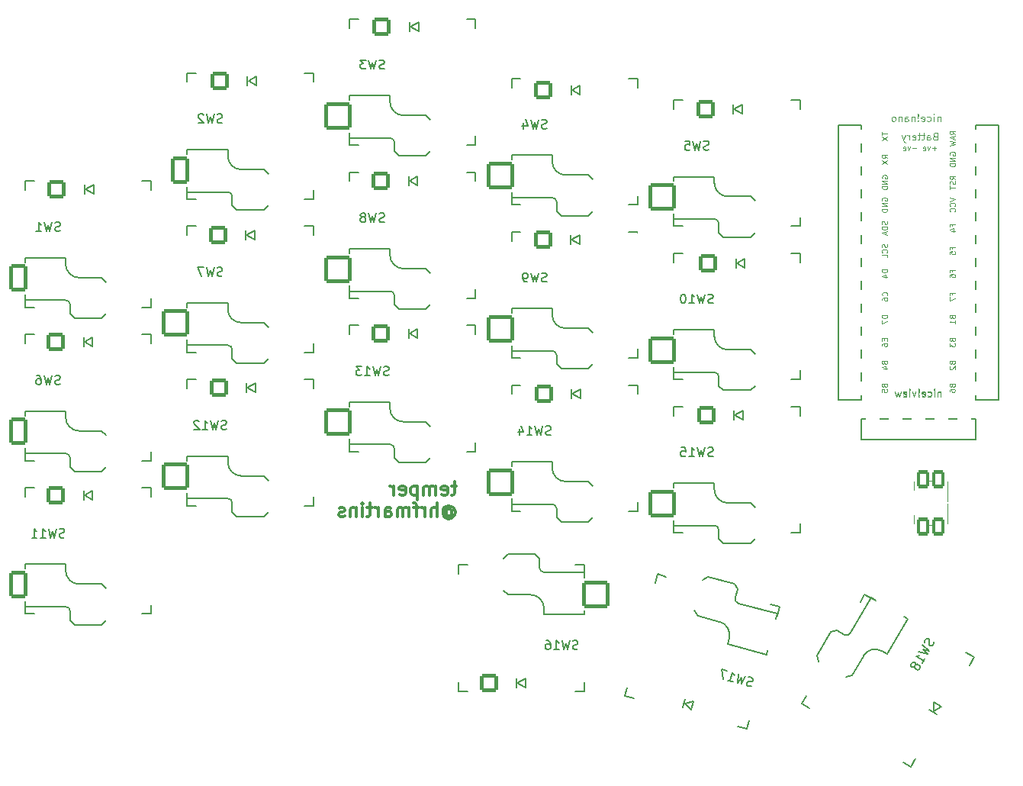
<source format=gbo>
G04 #@! TF.GenerationSoftware,KiCad,Pcbnew,8.0.6*
G04 #@! TF.CreationDate,2024-11-01T11:01:02+01:00*
G04 #@! TF.ProjectId,temper,74656d70-6572-42e6-9b69-6361645f7063,1.0*
G04 #@! TF.SameCoordinates,Original*
G04 #@! TF.FileFunction,Legend,Bot*
G04 #@! TF.FilePolarity,Positive*
%FSLAX46Y46*%
G04 Gerber Fmt 4.6, Leading zero omitted, Abs format (unit mm)*
G04 Created by KiCad (PCBNEW 8.0.6) date 2024-11-01 11:01:02*
%MOMM*%
%LPD*%
G01*
G04 APERTURE LIST*
G04 Aperture macros list*
%AMRoundRect*
0 Rectangle with rounded corners*
0 $1 Rounding radius*
0 $2 $3 $4 $5 $6 $7 $8 $9 X,Y pos of 4 corners*
0 Add a 4 corners polygon primitive as box body*
4,1,4,$2,$3,$4,$5,$6,$7,$8,$9,$2,$3,0*
0 Add four circle primitives for the rounded corners*
1,1,$1+$1,$2,$3*
1,1,$1+$1,$4,$5*
1,1,$1+$1,$6,$7*
1,1,$1+$1,$8,$9*
0 Add four rect primitives between the rounded corners*
20,1,$1+$1,$2,$3,$4,$5,0*
20,1,$1+$1,$4,$5,$6,$7,0*
20,1,$1+$1,$6,$7,$8,$9,0*
20,1,$1+$1,$8,$9,$2,$3,0*%
%AMFreePoly0*
4,1,22,0.086777,1.480194,0.141421,1.441421,1.441421,0.141421,1.488777,0.066056,1.500000,0.000000,1.500000,-1.300000,1.480194,-1.386777,1.424698,-1.456366,1.344504,-1.494986,1.300000,-1.500000,-1.300000,-1.500000,-1.386777,-1.480194,-1.456366,-1.424698,-1.494986,-1.344504,-1.500000,-1.300000,-1.500000,1.300000,-1.480194,1.386777,-1.424698,1.456366,-1.344504,1.494986,-1.300000,1.500000,
0.000000,1.500000,0.086777,1.480194,0.086777,1.480194,$1*%
%AMFreePoly1*
4,1,22,0.686777,0.580194,0.756366,0.524698,0.794986,0.444504,0.800000,0.400000,0.800000,0.200000,0.780194,0.113223,0.741421,0.058579,0.141421,-0.541421,0.066056,-0.588777,-0.022393,-0.598742,-0.106406,-0.569345,-0.141421,-0.541421,-0.741421,0.058579,-0.788777,0.133944,-0.800000,0.200000,-0.800000,0.400000,-0.780194,0.486777,-0.724698,0.556366,-0.644504,0.594986,-0.600000,0.600000,
0.600000,0.600000,0.686777,0.580194,0.686777,0.580194,$1*%
%AMFreePoly2*
4,1,26,0.706406,1.169345,0.769345,1.106406,0.798742,1.022393,0.800000,1.000000,0.800000,-0.250000,0.780194,-0.336777,0.724698,-0.406366,0.644504,-0.444986,0.600000,-0.450000,-0.600000,-0.450000,-0.686777,-0.430194,-0.756366,-0.374698,-0.794986,-0.294504,-0.800000,-0.250000,-0.800000,1.000000,-0.780194,1.086777,-0.724698,1.156366,-0.644504,1.194986,-0.555496,1.194986,-0.475302,1.156366,
-0.458579,1.141421,0.000000,0.682842,0.458579,1.141421,0.533944,1.188777,0.622393,1.198742,0.706406,1.169345,0.706406,1.169345,$1*%
G04 Aperture macros list end*
%ADD10C,0.100000*%
%ADD11C,0.300000*%
%ADD12C,0.150000*%
%ADD13C,0.080000*%
%ADD14C,0.120000*%
%ADD15RoundRect,0.200000X0.800000X0.800000X-0.800000X0.800000X-0.800000X-0.800000X0.800000X-0.800000X0*%
%ADD16C,2.000000*%
%ADD17RoundRect,0.200000X0.979796X0.565685X-0.565685X0.979796X-0.979796X-0.565685X0.565685X-0.979796X0*%
%ADD18RoundRect,0.200000X-0.292820X1.092820X-1.092820X-0.292820X0.292820X-1.092820X1.092820X0.292820X0*%
%ADD19C,2.101800*%
%ADD20C,1.390600*%
%ADD21C,3.400000*%
%ADD22C,3.829000*%
%ADD23FreePoly0,0.000000*%
%ADD24RoundRect,0.200000X-0.800000X-1.300000X0.800000X-1.300000X0.800000X1.300000X-0.800000X1.300000X0*%
%ADD25RoundRect,0.200000X-1.300000X-1.300000X1.300000X-1.300000X1.300000X1.300000X-1.300000X1.300000X0*%
%ADD26FreePoly0,180.000000*%
%ADD27RoundRect,0.200000X1.300000X1.300000X-1.300000X1.300000X-1.300000X-1.300000X1.300000X-1.300000X0*%
%ADD28FreePoly0,165.000000*%
%ADD29RoundRect,0.200000X1.592168X0.919239X-0.919239X1.592168X-1.592168X-0.919239X0.919239X-1.592168X0*%
%ADD30FreePoly0,240.000000*%
%ADD31RoundRect,0.200000X-0.475833X1.775833X-1.775833X-0.475833X0.475833X-1.775833X1.775833X0.475833X0*%
%ADD32C,4.400000*%
%ADD33C,1.300000*%
%ADD34FreePoly1,90.000000*%
%ADD35FreePoly1,270.000000*%
%ADD36FreePoly2,90.000000*%
%ADD37FreePoly2,270.000000*%
%ADD38C,1.150000*%
%ADD39RoundRect,0.200000X-0.500000X0.775000X-0.500000X-0.775000X0.500000X-0.775000X0.500000X0.775000X0*%
%ADD40FreePoly1,180.000000*%
%ADD41FreePoly2,180.000000*%
G04 APERTURE END LIST*
D10*
X180549236Y-86699561D02*
X180549236Y-87232895D01*
X180549236Y-86775752D02*
X180511141Y-86737657D01*
X180511141Y-86737657D02*
X180434951Y-86699561D01*
X180434951Y-86699561D02*
X180320665Y-86699561D01*
X180320665Y-86699561D02*
X180244474Y-86737657D01*
X180244474Y-86737657D02*
X180206379Y-86813847D01*
X180206379Y-86813847D02*
X180206379Y-87232895D01*
X179825426Y-87232895D02*
X179825426Y-86699561D01*
X179825426Y-86432895D02*
X179863522Y-86470990D01*
X179863522Y-86470990D02*
X179825426Y-86509085D01*
X179825426Y-86509085D02*
X179787331Y-86470990D01*
X179787331Y-86470990D02*
X179825426Y-86432895D01*
X179825426Y-86432895D02*
X179825426Y-86509085D01*
X179101617Y-87194800D02*
X179177808Y-87232895D01*
X179177808Y-87232895D02*
X179330189Y-87232895D01*
X179330189Y-87232895D02*
X179406379Y-87194800D01*
X179406379Y-87194800D02*
X179444474Y-87156704D01*
X179444474Y-87156704D02*
X179482570Y-87080514D01*
X179482570Y-87080514D02*
X179482570Y-86851942D01*
X179482570Y-86851942D02*
X179444474Y-86775752D01*
X179444474Y-86775752D02*
X179406379Y-86737657D01*
X179406379Y-86737657D02*
X179330189Y-86699561D01*
X179330189Y-86699561D02*
X179177808Y-86699561D01*
X179177808Y-86699561D02*
X179101617Y-86737657D01*
X178453998Y-87194800D02*
X178530189Y-87232895D01*
X178530189Y-87232895D02*
X178682570Y-87232895D01*
X178682570Y-87232895D02*
X178758760Y-87194800D01*
X178758760Y-87194800D02*
X178796856Y-87118609D01*
X178796856Y-87118609D02*
X178796856Y-86813847D01*
X178796856Y-86813847D02*
X178758760Y-86737657D01*
X178758760Y-86737657D02*
X178682570Y-86699561D01*
X178682570Y-86699561D02*
X178530189Y-86699561D01*
X178530189Y-86699561D02*
X178453998Y-86737657D01*
X178453998Y-86737657D02*
X178415903Y-86813847D01*
X178415903Y-86813847D02*
X178415903Y-86890038D01*
X178415903Y-86890038D02*
X178796856Y-86966228D01*
X178073046Y-87156704D02*
X178034951Y-87194800D01*
X178034951Y-87194800D02*
X178073046Y-87232895D01*
X178073046Y-87232895D02*
X178111142Y-87194800D01*
X178111142Y-87194800D02*
X178073046Y-87156704D01*
X178073046Y-87156704D02*
X178073046Y-87232895D01*
X178073046Y-86928133D02*
X178111142Y-86470990D01*
X178111142Y-86470990D02*
X178073046Y-86432895D01*
X178073046Y-86432895D02*
X178034951Y-86470990D01*
X178034951Y-86470990D02*
X178073046Y-86928133D01*
X178073046Y-86928133D02*
X178073046Y-86432895D01*
X177768285Y-86699561D02*
X177577809Y-87232895D01*
X177577809Y-87232895D02*
X177387332Y-86699561D01*
X177082570Y-87232895D02*
X177082570Y-86699561D01*
X177082570Y-86432895D02*
X177120666Y-86470990D01*
X177120666Y-86470990D02*
X177082570Y-86509085D01*
X177082570Y-86509085D02*
X177044475Y-86470990D01*
X177044475Y-86470990D02*
X177082570Y-86432895D01*
X177082570Y-86432895D02*
X177082570Y-86509085D01*
X176396856Y-87194800D02*
X176473047Y-87232895D01*
X176473047Y-87232895D02*
X176625428Y-87232895D01*
X176625428Y-87232895D02*
X176701618Y-87194800D01*
X176701618Y-87194800D02*
X176739714Y-87118609D01*
X176739714Y-87118609D02*
X176739714Y-86813847D01*
X176739714Y-86813847D02*
X176701618Y-86737657D01*
X176701618Y-86737657D02*
X176625428Y-86699561D01*
X176625428Y-86699561D02*
X176473047Y-86699561D01*
X176473047Y-86699561D02*
X176396856Y-86737657D01*
X176396856Y-86737657D02*
X176358761Y-86813847D01*
X176358761Y-86813847D02*
X176358761Y-86890038D01*
X176358761Y-86890038D02*
X176739714Y-86966228D01*
X176092095Y-86699561D02*
X175939714Y-87232895D01*
X175939714Y-87232895D02*
X175787333Y-86851942D01*
X175787333Y-86851942D02*
X175634952Y-87232895D01*
X175634952Y-87232895D02*
X175482571Y-86699561D01*
X180485714Y-56219561D02*
X180485714Y-56752895D01*
X180485714Y-56295752D02*
X180447619Y-56257657D01*
X180447619Y-56257657D02*
X180371429Y-56219561D01*
X180371429Y-56219561D02*
X180257143Y-56219561D01*
X180257143Y-56219561D02*
X180180952Y-56257657D01*
X180180952Y-56257657D02*
X180142857Y-56333847D01*
X180142857Y-56333847D02*
X180142857Y-56752895D01*
X179761904Y-56752895D02*
X179761904Y-56219561D01*
X179761904Y-55952895D02*
X179800000Y-55990990D01*
X179800000Y-55990990D02*
X179761904Y-56029085D01*
X179761904Y-56029085D02*
X179723809Y-55990990D01*
X179723809Y-55990990D02*
X179761904Y-55952895D01*
X179761904Y-55952895D02*
X179761904Y-56029085D01*
X179038095Y-56714800D02*
X179114286Y-56752895D01*
X179114286Y-56752895D02*
X179266667Y-56752895D01*
X179266667Y-56752895D02*
X179342857Y-56714800D01*
X179342857Y-56714800D02*
X179380952Y-56676704D01*
X179380952Y-56676704D02*
X179419048Y-56600514D01*
X179419048Y-56600514D02*
X179419048Y-56371942D01*
X179419048Y-56371942D02*
X179380952Y-56295752D01*
X179380952Y-56295752D02*
X179342857Y-56257657D01*
X179342857Y-56257657D02*
X179266667Y-56219561D01*
X179266667Y-56219561D02*
X179114286Y-56219561D01*
X179114286Y-56219561D02*
X179038095Y-56257657D01*
X178390476Y-56714800D02*
X178466667Y-56752895D01*
X178466667Y-56752895D02*
X178619048Y-56752895D01*
X178619048Y-56752895D02*
X178695238Y-56714800D01*
X178695238Y-56714800D02*
X178733334Y-56638609D01*
X178733334Y-56638609D02*
X178733334Y-56333847D01*
X178733334Y-56333847D02*
X178695238Y-56257657D01*
X178695238Y-56257657D02*
X178619048Y-56219561D01*
X178619048Y-56219561D02*
X178466667Y-56219561D01*
X178466667Y-56219561D02*
X178390476Y-56257657D01*
X178390476Y-56257657D02*
X178352381Y-56333847D01*
X178352381Y-56333847D02*
X178352381Y-56410038D01*
X178352381Y-56410038D02*
X178733334Y-56486228D01*
X178009524Y-56676704D02*
X177971429Y-56714800D01*
X177971429Y-56714800D02*
X178009524Y-56752895D01*
X178009524Y-56752895D02*
X178047620Y-56714800D01*
X178047620Y-56714800D02*
X178009524Y-56676704D01*
X178009524Y-56676704D02*
X178009524Y-56752895D01*
X178009524Y-56448133D02*
X178047620Y-55990990D01*
X178047620Y-55990990D02*
X178009524Y-55952895D01*
X178009524Y-55952895D02*
X177971429Y-55990990D01*
X177971429Y-55990990D02*
X178009524Y-56448133D01*
X178009524Y-56448133D02*
X178009524Y-55952895D01*
X177628572Y-56219561D02*
X177628572Y-56752895D01*
X177628572Y-56295752D02*
X177590477Y-56257657D01*
X177590477Y-56257657D02*
X177514287Y-56219561D01*
X177514287Y-56219561D02*
X177400001Y-56219561D01*
X177400001Y-56219561D02*
X177323810Y-56257657D01*
X177323810Y-56257657D02*
X177285715Y-56333847D01*
X177285715Y-56333847D02*
X177285715Y-56752895D01*
X176561905Y-56752895D02*
X176561905Y-56333847D01*
X176561905Y-56333847D02*
X176600000Y-56257657D01*
X176600000Y-56257657D02*
X176676191Y-56219561D01*
X176676191Y-56219561D02*
X176828572Y-56219561D01*
X176828572Y-56219561D02*
X176904762Y-56257657D01*
X176561905Y-56714800D02*
X176638096Y-56752895D01*
X176638096Y-56752895D02*
X176828572Y-56752895D01*
X176828572Y-56752895D02*
X176904762Y-56714800D01*
X176904762Y-56714800D02*
X176942858Y-56638609D01*
X176942858Y-56638609D02*
X176942858Y-56562419D01*
X176942858Y-56562419D02*
X176904762Y-56486228D01*
X176904762Y-56486228D02*
X176828572Y-56448133D01*
X176828572Y-56448133D02*
X176638096Y-56448133D01*
X176638096Y-56448133D02*
X176561905Y-56410038D01*
X176180952Y-56219561D02*
X176180952Y-56752895D01*
X176180952Y-56295752D02*
X176142857Y-56257657D01*
X176142857Y-56257657D02*
X176066667Y-56219561D01*
X176066667Y-56219561D02*
X175952381Y-56219561D01*
X175952381Y-56219561D02*
X175876190Y-56257657D01*
X175876190Y-56257657D02*
X175838095Y-56333847D01*
X175838095Y-56333847D02*
X175838095Y-56752895D01*
X175342857Y-56752895D02*
X175419047Y-56714800D01*
X175419047Y-56714800D02*
X175457142Y-56676704D01*
X175457142Y-56676704D02*
X175495238Y-56600514D01*
X175495238Y-56600514D02*
X175495238Y-56371942D01*
X175495238Y-56371942D02*
X175457142Y-56295752D01*
X175457142Y-56295752D02*
X175419047Y-56257657D01*
X175419047Y-56257657D02*
X175342857Y-56219561D01*
X175342857Y-56219561D02*
X175228571Y-56219561D01*
X175228571Y-56219561D02*
X175152380Y-56257657D01*
X175152380Y-56257657D02*
X175114285Y-56295752D01*
X175114285Y-56295752D02*
X175076190Y-56371942D01*
X175076190Y-56371942D02*
X175076190Y-56600514D01*
X175076190Y-56600514D02*
X175114285Y-56676704D01*
X175114285Y-56676704D02*
X175152380Y-56714800D01*
X175152380Y-56714800D02*
X175228571Y-56752895D01*
X175228571Y-56752895D02*
X175342857Y-56752895D01*
D11*
X126789774Y-97220870D02*
X126218346Y-97220870D01*
X126575489Y-96720870D02*
X126575489Y-98006584D01*
X126575489Y-98006584D02*
X126504060Y-98149442D01*
X126504060Y-98149442D02*
X126361203Y-98220870D01*
X126361203Y-98220870D02*
X126218346Y-98220870D01*
X125146917Y-98149442D02*
X125289774Y-98220870D01*
X125289774Y-98220870D02*
X125575489Y-98220870D01*
X125575489Y-98220870D02*
X125718346Y-98149442D01*
X125718346Y-98149442D02*
X125789774Y-98006584D01*
X125789774Y-98006584D02*
X125789774Y-97435156D01*
X125789774Y-97435156D02*
X125718346Y-97292299D01*
X125718346Y-97292299D02*
X125575489Y-97220870D01*
X125575489Y-97220870D02*
X125289774Y-97220870D01*
X125289774Y-97220870D02*
X125146917Y-97292299D01*
X125146917Y-97292299D02*
X125075489Y-97435156D01*
X125075489Y-97435156D02*
X125075489Y-97578013D01*
X125075489Y-97578013D02*
X125789774Y-97720870D01*
X124432632Y-98220870D02*
X124432632Y-97220870D01*
X124432632Y-97363727D02*
X124361203Y-97292299D01*
X124361203Y-97292299D02*
X124218346Y-97220870D01*
X124218346Y-97220870D02*
X124004060Y-97220870D01*
X124004060Y-97220870D02*
X123861203Y-97292299D01*
X123861203Y-97292299D02*
X123789775Y-97435156D01*
X123789775Y-97435156D02*
X123789775Y-98220870D01*
X123789775Y-97435156D02*
X123718346Y-97292299D01*
X123718346Y-97292299D02*
X123575489Y-97220870D01*
X123575489Y-97220870D02*
X123361203Y-97220870D01*
X123361203Y-97220870D02*
X123218346Y-97292299D01*
X123218346Y-97292299D02*
X123146917Y-97435156D01*
X123146917Y-97435156D02*
X123146917Y-98220870D01*
X122432632Y-97220870D02*
X122432632Y-98720870D01*
X122432632Y-97292299D02*
X122289775Y-97220870D01*
X122289775Y-97220870D02*
X122004060Y-97220870D01*
X122004060Y-97220870D02*
X121861203Y-97292299D01*
X121861203Y-97292299D02*
X121789775Y-97363727D01*
X121789775Y-97363727D02*
X121718346Y-97506584D01*
X121718346Y-97506584D02*
X121718346Y-97935156D01*
X121718346Y-97935156D02*
X121789775Y-98078013D01*
X121789775Y-98078013D02*
X121861203Y-98149442D01*
X121861203Y-98149442D02*
X122004060Y-98220870D01*
X122004060Y-98220870D02*
X122289775Y-98220870D01*
X122289775Y-98220870D02*
X122432632Y-98149442D01*
X120504060Y-98149442D02*
X120646917Y-98220870D01*
X120646917Y-98220870D02*
X120932632Y-98220870D01*
X120932632Y-98220870D02*
X121075489Y-98149442D01*
X121075489Y-98149442D02*
X121146917Y-98006584D01*
X121146917Y-98006584D02*
X121146917Y-97435156D01*
X121146917Y-97435156D02*
X121075489Y-97292299D01*
X121075489Y-97292299D02*
X120932632Y-97220870D01*
X120932632Y-97220870D02*
X120646917Y-97220870D01*
X120646917Y-97220870D02*
X120504060Y-97292299D01*
X120504060Y-97292299D02*
X120432632Y-97435156D01*
X120432632Y-97435156D02*
X120432632Y-97578013D01*
X120432632Y-97578013D02*
X121146917Y-97720870D01*
X119789775Y-98220870D02*
X119789775Y-97220870D01*
X119789775Y-97506584D02*
X119718346Y-97363727D01*
X119718346Y-97363727D02*
X119646918Y-97292299D01*
X119646918Y-97292299D02*
X119504060Y-97220870D01*
X119504060Y-97220870D02*
X119361203Y-97220870D01*
X125646917Y-99921500D02*
X125718346Y-99850072D01*
X125718346Y-99850072D02*
X125861203Y-99778643D01*
X125861203Y-99778643D02*
X126004060Y-99778643D01*
X126004060Y-99778643D02*
X126146917Y-99850072D01*
X126146917Y-99850072D02*
X126218346Y-99921500D01*
X126218346Y-99921500D02*
X126289774Y-100064358D01*
X126289774Y-100064358D02*
X126289774Y-100207215D01*
X126289774Y-100207215D02*
X126218346Y-100350072D01*
X126218346Y-100350072D02*
X126146917Y-100421500D01*
X126146917Y-100421500D02*
X126004060Y-100492929D01*
X126004060Y-100492929D02*
X125861203Y-100492929D01*
X125861203Y-100492929D02*
X125718346Y-100421500D01*
X125718346Y-100421500D02*
X125646917Y-100350072D01*
X125646917Y-99778643D02*
X125646917Y-100350072D01*
X125646917Y-100350072D02*
X125575489Y-100421500D01*
X125575489Y-100421500D02*
X125504060Y-100421500D01*
X125504060Y-100421500D02*
X125361203Y-100350072D01*
X125361203Y-100350072D02*
X125289774Y-100207215D01*
X125289774Y-100207215D02*
X125289774Y-99850072D01*
X125289774Y-99850072D02*
X125432632Y-99635786D01*
X125432632Y-99635786D02*
X125646917Y-99492929D01*
X125646917Y-99492929D02*
X125932632Y-99421500D01*
X125932632Y-99421500D02*
X126218346Y-99492929D01*
X126218346Y-99492929D02*
X126432632Y-99635786D01*
X126432632Y-99635786D02*
X126575489Y-99850072D01*
X126575489Y-99850072D02*
X126646917Y-100135786D01*
X126646917Y-100135786D02*
X126575489Y-100421500D01*
X126575489Y-100421500D02*
X126432632Y-100635786D01*
X126432632Y-100635786D02*
X126218346Y-100778643D01*
X126218346Y-100778643D02*
X125932632Y-100850072D01*
X125932632Y-100850072D02*
X125646917Y-100778643D01*
X125646917Y-100778643D02*
X125432632Y-100635786D01*
X124646918Y-100635786D02*
X124646918Y-99135786D01*
X124004061Y-100635786D02*
X124004061Y-99850072D01*
X124004061Y-99850072D02*
X124075489Y-99707215D01*
X124075489Y-99707215D02*
X124218346Y-99635786D01*
X124218346Y-99635786D02*
X124432632Y-99635786D01*
X124432632Y-99635786D02*
X124575489Y-99707215D01*
X124575489Y-99707215D02*
X124646918Y-99778643D01*
X123289775Y-100635786D02*
X123289775Y-99635786D01*
X123289775Y-99921500D02*
X123218346Y-99778643D01*
X123218346Y-99778643D02*
X123146918Y-99707215D01*
X123146918Y-99707215D02*
X123004060Y-99635786D01*
X123004060Y-99635786D02*
X122861203Y-99635786D01*
X122575489Y-99635786D02*
X122004061Y-99635786D01*
X122361204Y-100635786D02*
X122361204Y-99350072D01*
X122361204Y-99350072D02*
X122289775Y-99207215D01*
X122289775Y-99207215D02*
X122146918Y-99135786D01*
X122146918Y-99135786D02*
X122004061Y-99135786D01*
X121504061Y-100635786D02*
X121504061Y-99635786D01*
X121504061Y-99778643D02*
X121432632Y-99707215D01*
X121432632Y-99707215D02*
X121289775Y-99635786D01*
X121289775Y-99635786D02*
X121075489Y-99635786D01*
X121075489Y-99635786D02*
X120932632Y-99707215D01*
X120932632Y-99707215D02*
X120861204Y-99850072D01*
X120861204Y-99850072D02*
X120861204Y-100635786D01*
X120861204Y-99850072D02*
X120789775Y-99707215D01*
X120789775Y-99707215D02*
X120646918Y-99635786D01*
X120646918Y-99635786D02*
X120432632Y-99635786D01*
X120432632Y-99635786D02*
X120289775Y-99707215D01*
X120289775Y-99707215D02*
X120218346Y-99850072D01*
X120218346Y-99850072D02*
X120218346Y-100635786D01*
X118861204Y-100635786D02*
X118861204Y-99850072D01*
X118861204Y-99850072D02*
X118932632Y-99707215D01*
X118932632Y-99707215D02*
X119075489Y-99635786D01*
X119075489Y-99635786D02*
X119361204Y-99635786D01*
X119361204Y-99635786D02*
X119504061Y-99707215D01*
X118861204Y-100564358D02*
X119004061Y-100635786D01*
X119004061Y-100635786D02*
X119361204Y-100635786D01*
X119361204Y-100635786D02*
X119504061Y-100564358D01*
X119504061Y-100564358D02*
X119575489Y-100421500D01*
X119575489Y-100421500D02*
X119575489Y-100278643D01*
X119575489Y-100278643D02*
X119504061Y-100135786D01*
X119504061Y-100135786D02*
X119361204Y-100064358D01*
X119361204Y-100064358D02*
X119004061Y-100064358D01*
X119004061Y-100064358D02*
X118861204Y-99992929D01*
X118146918Y-100635786D02*
X118146918Y-99635786D01*
X118146918Y-99921500D02*
X118075489Y-99778643D01*
X118075489Y-99778643D02*
X118004061Y-99707215D01*
X118004061Y-99707215D02*
X117861203Y-99635786D01*
X117861203Y-99635786D02*
X117718346Y-99635786D01*
X117432632Y-99635786D02*
X116861204Y-99635786D01*
X117218347Y-99135786D02*
X117218347Y-100421500D01*
X117218347Y-100421500D02*
X117146918Y-100564358D01*
X117146918Y-100564358D02*
X117004061Y-100635786D01*
X117004061Y-100635786D02*
X116861204Y-100635786D01*
X116361204Y-100635786D02*
X116361204Y-99635786D01*
X116361204Y-99135786D02*
X116432632Y-99207215D01*
X116432632Y-99207215D02*
X116361204Y-99278643D01*
X116361204Y-99278643D02*
X116289775Y-99207215D01*
X116289775Y-99207215D02*
X116361204Y-99135786D01*
X116361204Y-99135786D02*
X116361204Y-99278643D01*
X115646918Y-99635786D02*
X115646918Y-100635786D01*
X115646918Y-99778643D02*
X115575489Y-99707215D01*
X115575489Y-99707215D02*
X115432632Y-99635786D01*
X115432632Y-99635786D02*
X115218346Y-99635786D01*
X115218346Y-99635786D02*
X115075489Y-99707215D01*
X115075489Y-99707215D02*
X115004061Y-99850072D01*
X115004061Y-99850072D02*
X115004061Y-100635786D01*
X114361203Y-100564358D02*
X114218346Y-100635786D01*
X114218346Y-100635786D02*
X113932632Y-100635786D01*
X113932632Y-100635786D02*
X113789775Y-100564358D01*
X113789775Y-100564358D02*
X113718346Y-100421500D01*
X113718346Y-100421500D02*
X113718346Y-100350072D01*
X113718346Y-100350072D02*
X113789775Y-100207215D01*
X113789775Y-100207215D02*
X113932632Y-100135786D01*
X113932632Y-100135786D02*
X114146918Y-100135786D01*
X114146918Y-100135786D02*
X114289775Y-100064358D01*
X114289775Y-100064358D02*
X114361203Y-99921500D01*
X114361203Y-99921500D02*
X114361203Y-99850072D01*
X114361203Y-99850072D02*
X114289775Y-99707215D01*
X114289775Y-99707215D02*
X114146918Y-99635786D01*
X114146918Y-99635786D02*
X113932632Y-99635786D01*
X113932632Y-99635786D02*
X113789775Y-99707215D01*
D12*
X82798332Y-68902200D02*
X82655475Y-68949819D01*
X82655475Y-68949819D02*
X82417380Y-68949819D01*
X82417380Y-68949819D02*
X82322142Y-68902200D01*
X82322142Y-68902200D02*
X82274523Y-68854580D01*
X82274523Y-68854580D02*
X82226904Y-68759342D01*
X82226904Y-68759342D02*
X82226904Y-68664104D01*
X82226904Y-68664104D02*
X82274523Y-68568866D01*
X82274523Y-68568866D02*
X82322142Y-68521247D01*
X82322142Y-68521247D02*
X82417380Y-68473628D01*
X82417380Y-68473628D02*
X82607856Y-68426009D01*
X82607856Y-68426009D02*
X82703094Y-68378390D01*
X82703094Y-68378390D02*
X82750713Y-68330771D01*
X82750713Y-68330771D02*
X82798332Y-68235533D01*
X82798332Y-68235533D02*
X82798332Y-68140295D01*
X82798332Y-68140295D02*
X82750713Y-68045057D01*
X82750713Y-68045057D02*
X82703094Y-67997438D01*
X82703094Y-67997438D02*
X82607856Y-67949819D01*
X82607856Y-67949819D02*
X82369761Y-67949819D01*
X82369761Y-67949819D02*
X82226904Y-67997438D01*
X81893570Y-67949819D02*
X81655475Y-68949819D01*
X81655475Y-68949819D02*
X81464999Y-68235533D01*
X81464999Y-68235533D02*
X81274523Y-68949819D01*
X81274523Y-68949819D02*
X81036428Y-67949819D01*
X80131666Y-68949819D02*
X80703094Y-68949819D01*
X80417380Y-68949819D02*
X80417380Y-67949819D01*
X80417380Y-67949819D02*
X80512618Y-68092676D01*
X80512618Y-68092676D02*
X80607856Y-68187914D01*
X80607856Y-68187914D02*
X80703094Y-68235533D01*
X100798332Y-56902200D02*
X100655475Y-56949819D01*
X100655475Y-56949819D02*
X100417380Y-56949819D01*
X100417380Y-56949819D02*
X100322142Y-56902200D01*
X100322142Y-56902200D02*
X100274523Y-56854580D01*
X100274523Y-56854580D02*
X100226904Y-56759342D01*
X100226904Y-56759342D02*
X100226904Y-56664104D01*
X100226904Y-56664104D02*
X100274523Y-56568866D01*
X100274523Y-56568866D02*
X100322142Y-56521247D01*
X100322142Y-56521247D02*
X100417380Y-56473628D01*
X100417380Y-56473628D02*
X100607856Y-56426009D01*
X100607856Y-56426009D02*
X100703094Y-56378390D01*
X100703094Y-56378390D02*
X100750713Y-56330771D01*
X100750713Y-56330771D02*
X100798332Y-56235533D01*
X100798332Y-56235533D02*
X100798332Y-56140295D01*
X100798332Y-56140295D02*
X100750713Y-56045057D01*
X100750713Y-56045057D02*
X100703094Y-55997438D01*
X100703094Y-55997438D02*
X100607856Y-55949819D01*
X100607856Y-55949819D02*
X100369761Y-55949819D01*
X100369761Y-55949819D02*
X100226904Y-55997438D01*
X99893570Y-55949819D02*
X99655475Y-56949819D01*
X99655475Y-56949819D02*
X99464999Y-56235533D01*
X99464999Y-56235533D02*
X99274523Y-56949819D01*
X99274523Y-56949819D02*
X99036428Y-55949819D01*
X98703094Y-56045057D02*
X98655475Y-55997438D01*
X98655475Y-55997438D02*
X98560237Y-55949819D01*
X98560237Y-55949819D02*
X98322142Y-55949819D01*
X98322142Y-55949819D02*
X98226904Y-55997438D01*
X98226904Y-55997438D02*
X98179285Y-56045057D01*
X98179285Y-56045057D02*
X98131666Y-56140295D01*
X98131666Y-56140295D02*
X98131666Y-56235533D01*
X98131666Y-56235533D02*
X98179285Y-56378390D01*
X98179285Y-56378390D02*
X98750713Y-56949819D01*
X98750713Y-56949819D02*
X98131666Y-56949819D01*
X118798332Y-50902200D02*
X118655475Y-50949819D01*
X118655475Y-50949819D02*
X118417380Y-50949819D01*
X118417380Y-50949819D02*
X118322142Y-50902200D01*
X118322142Y-50902200D02*
X118274523Y-50854580D01*
X118274523Y-50854580D02*
X118226904Y-50759342D01*
X118226904Y-50759342D02*
X118226904Y-50664104D01*
X118226904Y-50664104D02*
X118274523Y-50568866D01*
X118274523Y-50568866D02*
X118322142Y-50521247D01*
X118322142Y-50521247D02*
X118417380Y-50473628D01*
X118417380Y-50473628D02*
X118607856Y-50426009D01*
X118607856Y-50426009D02*
X118703094Y-50378390D01*
X118703094Y-50378390D02*
X118750713Y-50330771D01*
X118750713Y-50330771D02*
X118798332Y-50235533D01*
X118798332Y-50235533D02*
X118798332Y-50140295D01*
X118798332Y-50140295D02*
X118750713Y-50045057D01*
X118750713Y-50045057D02*
X118703094Y-49997438D01*
X118703094Y-49997438D02*
X118607856Y-49949819D01*
X118607856Y-49949819D02*
X118369761Y-49949819D01*
X118369761Y-49949819D02*
X118226904Y-49997438D01*
X117893570Y-49949819D02*
X117655475Y-50949819D01*
X117655475Y-50949819D02*
X117464999Y-50235533D01*
X117464999Y-50235533D02*
X117274523Y-50949819D01*
X117274523Y-50949819D02*
X117036428Y-49949819D01*
X116750713Y-49949819D02*
X116131666Y-49949819D01*
X116131666Y-49949819D02*
X116464999Y-50330771D01*
X116464999Y-50330771D02*
X116322142Y-50330771D01*
X116322142Y-50330771D02*
X116226904Y-50378390D01*
X116226904Y-50378390D02*
X116179285Y-50426009D01*
X116179285Y-50426009D02*
X116131666Y-50521247D01*
X116131666Y-50521247D02*
X116131666Y-50759342D01*
X116131666Y-50759342D02*
X116179285Y-50854580D01*
X116179285Y-50854580D02*
X116226904Y-50902200D01*
X116226904Y-50902200D02*
X116322142Y-50949819D01*
X116322142Y-50949819D02*
X116607856Y-50949819D01*
X116607856Y-50949819D02*
X116703094Y-50902200D01*
X116703094Y-50902200D02*
X116750713Y-50854580D01*
X136798332Y-57522200D02*
X136655475Y-57569819D01*
X136655475Y-57569819D02*
X136417380Y-57569819D01*
X136417380Y-57569819D02*
X136322142Y-57522200D01*
X136322142Y-57522200D02*
X136274523Y-57474580D01*
X136274523Y-57474580D02*
X136226904Y-57379342D01*
X136226904Y-57379342D02*
X136226904Y-57284104D01*
X136226904Y-57284104D02*
X136274523Y-57188866D01*
X136274523Y-57188866D02*
X136322142Y-57141247D01*
X136322142Y-57141247D02*
X136417380Y-57093628D01*
X136417380Y-57093628D02*
X136607856Y-57046009D01*
X136607856Y-57046009D02*
X136703094Y-56998390D01*
X136703094Y-56998390D02*
X136750713Y-56950771D01*
X136750713Y-56950771D02*
X136798332Y-56855533D01*
X136798332Y-56855533D02*
X136798332Y-56760295D01*
X136798332Y-56760295D02*
X136750713Y-56665057D01*
X136750713Y-56665057D02*
X136703094Y-56617438D01*
X136703094Y-56617438D02*
X136607856Y-56569819D01*
X136607856Y-56569819D02*
X136369761Y-56569819D01*
X136369761Y-56569819D02*
X136226904Y-56617438D01*
X135893570Y-56569819D02*
X135655475Y-57569819D01*
X135655475Y-57569819D02*
X135464999Y-56855533D01*
X135464999Y-56855533D02*
X135274523Y-57569819D01*
X135274523Y-57569819D02*
X135036428Y-56569819D01*
X134226904Y-56903152D02*
X134226904Y-57569819D01*
X134464999Y-56522200D02*
X134703094Y-57236485D01*
X134703094Y-57236485D02*
X134084047Y-57236485D01*
X154798332Y-59902200D02*
X154655475Y-59949819D01*
X154655475Y-59949819D02*
X154417380Y-59949819D01*
X154417380Y-59949819D02*
X154322142Y-59902200D01*
X154322142Y-59902200D02*
X154274523Y-59854580D01*
X154274523Y-59854580D02*
X154226904Y-59759342D01*
X154226904Y-59759342D02*
X154226904Y-59664104D01*
X154226904Y-59664104D02*
X154274523Y-59568866D01*
X154274523Y-59568866D02*
X154322142Y-59521247D01*
X154322142Y-59521247D02*
X154417380Y-59473628D01*
X154417380Y-59473628D02*
X154607856Y-59426009D01*
X154607856Y-59426009D02*
X154703094Y-59378390D01*
X154703094Y-59378390D02*
X154750713Y-59330771D01*
X154750713Y-59330771D02*
X154798332Y-59235533D01*
X154798332Y-59235533D02*
X154798332Y-59140295D01*
X154798332Y-59140295D02*
X154750713Y-59045057D01*
X154750713Y-59045057D02*
X154703094Y-58997438D01*
X154703094Y-58997438D02*
X154607856Y-58949819D01*
X154607856Y-58949819D02*
X154369761Y-58949819D01*
X154369761Y-58949819D02*
X154226904Y-58997438D01*
X153893570Y-58949819D02*
X153655475Y-59949819D01*
X153655475Y-59949819D02*
X153464999Y-59235533D01*
X153464999Y-59235533D02*
X153274523Y-59949819D01*
X153274523Y-59949819D02*
X153036428Y-58949819D01*
X152179285Y-58949819D02*
X152655475Y-58949819D01*
X152655475Y-58949819D02*
X152703094Y-59426009D01*
X152703094Y-59426009D02*
X152655475Y-59378390D01*
X152655475Y-59378390D02*
X152560237Y-59330771D01*
X152560237Y-59330771D02*
X152322142Y-59330771D01*
X152322142Y-59330771D02*
X152226904Y-59378390D01*
X152226904Y-59378390D02*
X152179285Y-59426009D01*
X152179285Y-59426009D02*
X152131666Y-59521247D01*
X152131666Y-59521247D02*
X152131666Y-59759342D01*
X152131666Y-59759342D02*
X152179285Y-59854580D01*
X152179285Y-59854580D02*
X152226904Y-59902200D01*
X152226904Y-59902200D02*
X152322142Y-59949819D01*
X152322142Y-59949819D02*
X152560237Y-59949819D01*
X152560237Y-59949819D02*
X152655475Y-59902200D01*
X152655475Y-59902200D02*
X152703094Y-59854580D01*
X82798332Y-85902200D02*
X82655475Y-85949819D01*
X82655475Y-85949819D02*
X82417380Y-85949819D01*
X82417380Y-85949819D02*
X82322142Y-85902200D01*
X82322142Y-85902200D02*
X82274523Y-85854580D01*
X82274523Y-85854580D02*
X82226904Y-85759342D01*
X82226904Y-85759342D02*
X82226904Y-85664104D01*
X82226904Y-85664104D02*
X82274523Y-85568866D01*
X82274523Y-85568866D02*
X82322142Y-85521247D01*
X82322142Y-85521247D02*
X82417380Y-85473628D01*
X82417380Y-85473628D02*
X82607856Y-85426009D01*
X82607856Y-85426009D02*
X82703094Y-85378390D01*
X82703094Y-85378390D02*
X82750713Y-85330771D01*
X82750713Y-85330771D02*
X82798332Y-85235533D01*
X82798332Y-85235533D02*
X82798332Y-85140295D01*
X82798332Y-85140295D02*
X82750713Y-85045057D01*
X82750713Y-85045057D02*
X82703094Y-84997438D01*
X82703094Y-84997438D02*
X82607856Y-84949819D01*
X82607856Y-84949819D02*
X82369761Y-84949819D01*
X82369761Y-84949819D02*
X82226904Y-84997438D01*
X81893570Y-84949819D02*
X81655475Y-85949819D01*
X81655475Y-85949819D02*
X81464999Y-85235533D01*
X81464999Y-85235533D02*
X81274523Y-85949819D01*
X81274523Y-85949819D02*
X81036428Y-84949819D01*
X80226904Y-84949819D02*
X80417380Y-84949819D01*
X80417380Y-84949819D02*
X80512618Y-84997438D01*
X80512618Y-84997438D02*
X80560237Y-85045057D01*
X80560237Y-85045057D02*
X80655475Y-85187914D01*
X80655475Y-85187914D02*
X80703094Y-85378390D01*
X80703094Y-85378390D02*
X80703094Y-85759342D01*
X80703094Y-85759342D02*
X80655475Y-85854580D01*
X80655475Y-85854580D02*
X80607856Y-85902200D01*
X80607856Y-85902200D02*
X80512618Y-85949819D01*
X80512618Y-85949819D02*
X80322142Y-85949819D01*
X80322142Y-85949819D02*
X80226904Y-85902200D01*
X80226904Y-85902200D02*
X80179285Y-85854580D01*
X80179285Y-85854580D02*
X80131666Y-85759342D01*
X80131666Y-85759342D02*
X80131666Y-85521247D01*
X80131666Y-85521247D02*
X80179285Y-85426009D01*
X80179285Y-85426009D02*
X80226904Y-85378390D01*
X80226904Y-85378390D02*
X80322142Y-85330771D01*
X80322142Y-85330771D02*
X80512618Y-85330771D01*
X80512618Y-85330771D02*
X80607856Y-85378390D01*
X80607856Y-85378390D02*
X80655475Y-85426009D01*
X80655475Y-85426009D02*
X80703094Y-85521247D01*
X100798332Y-73902200D02*
X100655475Y-73949819D01*
X100655475Y-73949819D02*
X100417380Y-73949819D01*
X100417380Y-73949819D02*
X100322142Y-73902200D01*
X100322142Y-73902200D02*
X100274523Y-73854580D01*
X100274523Y-73854580D02*
X100226904Y-73759342D01*
X100226904Y-73759342D02*
X100226904Y-73664104D01*
X100226904Y-73664104D02*
X100274523Y-73568866D01*
X100274523Y-73568866D02*
X100322142Y-73521247D01*
X100322142Y-73521247D02*
X100417380Y-73473628D01*
X100417380Y-73473628D02*
X100607856Y-73426009D01*
X100607856Y-73426009D02*
X100703094Y-73378390D01*
X100703094Y-73378390D02*
X100750713Y-73330771D01*
X100750713Y-73330771D02*
X100798332Y-73235533D01*
X100798332Y-73235533D02*
X100798332Y-73140295D01*
X100798332Y-73140295D02*
X100750713Y-73045057D01*
X100750713Y-73045057D02*
X100703094Y-72997438D01*
X100703094Y-72997438D02*
X100607856Y-72949819D01*
X100607856Y-72949819D02*
X100369761Y-72949819D01*
X100369761Y-72949819D02*
X100226904Y-72997438D01*
X99893570Y-72949819D02*
X99655475Y-73949819D01*
X99655475Y-73949819D02*
X99464999Y-73235533D01*
X99464999Y-73235533D02*
X99274523Y-73949819D01*
X99274523Y-73949819D02*
X99036428Y-72949819D01*
X98750713Y-72949819D02*
X98084047Y-72949819D01*
X98084047Y-72949819D02*
X98512618Y-73949819D01*
X118798332Y-67902200D02*
X118655475Y-67949819D01*
X118655475Y-67949819D02*
X118417380Y-67949819D01*
X118417380Y-67949819D02*
X118322142Y-67902200D01*
X118322142Y-67902200D02*
X118274523Y-67854580D01*
X118274523Y-67854580D02*
X118226904Y-67759342D01*
X118226904Y-67759342D02*
X118226904Y-67664104D01*
X118226904Y-67664104D02*
X118274523Y-67568866D01*
X118274523Y-67568866D02*
X118322142Y-67521247D01*
X118322142Y-67521247D02*
X118417380Y-67473628D01*
X118417380Y-67473628D02*
X118607856Y-67426009D01*
X118607856Y-67426009D02*
X118703094Y-67378390D01*
X118703094Y-67378390D02*
X118750713Y-67330771D01*
X118750713Y-67330771D02*
X118798332Y-67235533D01*
X118798332Y-67235533D02*
X118798332Y-67140295D01*
X118798332Y-67140295D02*
X118750713Y-67045057D01*
X118750713Y-67045057D02*
X118703094Y-66997438D01*
X118703094Y-66997438D02*
X118607856Y-66949819D01*
X118607856Y-66949819D02*
X118369761Y-66949819D01*
X118369761Y-66949819D02*
X118226904Y-66997438D01*
X117893570Y-66949819D02*
X117655475Y-67949819D01*
X117655475Y-67949819D02*
X117464999Y-67235533D01*
X117464999Y-67235533D02*
X117274523Y-67949819D01*
X117274523Y-67949819D02*
X117036428Y-66949819D01*
X116512618Y-67378390D02*
X116607856Y-67330771D01*
X116607856Y-67330771D02*
X116655475Y-67283152D01*
X116655475Y-67283152D02*
X116703094Y-67187914D01*
X116703094Y-67187914D02*
X116703094Y-67140295D01*
X116703094Y-67140295D02*
X116655475Y-67045057D01*
X116655475Y-67045057D02*
X116607856Y-66997438D01*
X116607856Y-66997438D02*
X116512618Y-66949819D01*
X116512618Y-66949819D02*
X116322142Y-66949819D01*
X116322142Y-66949819D02*
X116226904Y-66997438D01*
X116226904Y-66997438D02*
X116179285Y-67045057D01*
X116179285Y-67045057D02*
X116131666Y-67140295D01*
X116131666Y-67140295D02*
X116131666Y-67187914D01*
X116131666Y-67187914D02*
X116179285Y-67283152D01*
X116179285Y-67283152D02*
X116226904Y-67330771D01*
X116226904Y-67330771D02*
X116322142Y-67378390D01*
X116322142Y-67378390D02*
X116512618Y-67378390D01*
X116512618Y-67378390D02*
X116607856Y-67426009D01*
X116607856Y-67426009D02*
X116655475Y-67473628D01*
X116655475Y-67473628D02*
X116703094Y-67568866D01*
X116703094Y-67568866D02*
X116703094Y-67759342D01*
X116703094Y-67759342D02*
X116655475Y-67854580D01*
X116655475Y-67854580D02*
X116607856Y-67902200D01*
X116607856Y-67902200D02*
X116512618Y-67949819D01*
X116512618Y-67949819D02*
X116322142Y-67949819D01*
X116322142Y-67949819D02*
X116226904Y-67902200D01*
X116226904Y-67902200D02*
X116179285Y-67854580D01*
X116179285Y-67854580D02*
X116131666Y-67759342D01*
X116131666Y-67759342D02*
X116131666Y-67568866D01*
X116131666Y-67568866D02*
X116179285Y-67473628D01*
X116179285Y-67473628D02*
X116226904Y-67426009D01*
X116226904Y-67426009D02*
X116322142Y-67378390D01*
X136798332Y-74522200D02*
X136655475Y-74569819D01*
X136655475Y-74569819D02*
X136417380Y-74569819D01*
X136417380Y-74569819D02*
X136322142Y-74522200D01*
X136322142Y-74522200D02*
X136274523Y-74474580D01*
X136274523Y-74474580D02*
X136226904Y-74379342D01*
X136226904Y-74379342D02*
X136226904Y-74284104D01*
X136226904Y-74284104D02*
X136274523Y-74188866D01*
X136274523Y-74188866D02*
X136322142Y-74141247D01*
X136322142Y-74141247D02*
X136417380Y-74093628D01*
X136417380Y-74093628D02*
X136607856Y-74046009D01*
X136607856Y-74046009D02*
X136703094Y-73998390D01*
X136703094Y-73998390D02*
X136750713Y-73950771D01*
X136750713Y-73950771D02*
X136798332Y-73855533D01*
X136798332Y-73855533D02*
X136798332Y-73760295D01*
X136798332Y-73760295D02*
X136750713Y-73665057D01*
X136750713Y-73665057D02*
X136703094Y-73617438D01*
X136703094Y-73617438D02*
X136607856Y-73569819D01*
X136607856Y-73569819D02*
X136369761Y-73569819D01*
X136369761Y-73569819D02*
X136226904Y-73617438D01*
X135893570Y-73569819D02*
X135655475Y-74569819D01*
X135655475Y-74569819D02*
X135464999Y-73855533D01*
X135464999Y-73855533D02*
X135274523Y-74569819D01*
X135274523Y-74569819D02*
X135036428Y-73569819D01*
X134607856Y-74569819D02*
X134417380Y-74569819D01*
X134417380Y-74569819D02*
X134322142Y-74522200D01*
X134322142Y-74522200D02*
X134274523Y-74474580D01*
X134274523Y-74474580D02*
X134179285Y-74331723D01*
X134179285Y-74331723D02*
X134131666Y-74141247D01*
X134131666Y-74141247D02*
X134131666Y-73760295D01*
X134131666Y-73760295D02*
X134179285Y-73665057D01*
X134179285Y-73665057D02*
X134226904Y-73617438D01*
X134226904Y-73617438D02*
X134322142Y-73569819D01*
X134322142Y-73569819D02*
X134512618Y-73569819D01*
X134512618Y-73569819D02*
X134607856Y-73617438D01*
X134607856Y-73617438D02*
X134655475Y-73665057D01*
X134655475Y-73665057D02*
X134703094Y-73760295D01*
X134703094Y-73760295D02*
X134703094Y-73998390D01*
X134703094Y-73998390D02*
X134655475Y-74093628D01*
X134655475Y-74093628D02*
X134607856Y-74141247D01*
X134607856Y-74141247D02*
X134512618Y-74188866D01*
X134512618Y-74188866D02*
X134322142Y-74188866D01*
X134322142Y-74188866D02*
X134226904Y-74141247D01*
X134226904Y-74141247D02*
X134179285Y-74093628D01*
X134179285Y-74093628D02*
X134131666Y-73998390D01*
X155274523Y-76902200D02*
X155131666Y-76949819D01*
X155131666Y-76949819D02*
X154893571Y-76949819D01*
X154893571Y-76949819D02*
X154798333Y-76902200D01*
X154798333Y-76902200D02*
X154750714Y-76854580D01*
X154750714Y-76854580D02*
X154703095Y-76759342D01*
X154703095Y-76759342D02*
X154703095Y-76664104D01*
X154703095Y-76664104D02*
X154750714Y-76568866D01*
X154750714Y-76568866D02*
X154798333Y-76521247D01*
X154798333Y-76521247D02*
X154893571Y-76473628D01*
X154893571Y-76473628D02*
X155084047Y-76426009D01*
X155084047Y-76426009D02*
X155179285Y-76378390D01*
X155179285Y-76378390D02*
X155226904Y-76330771D01*
X155226904Y-76330771D02*
X155274523Y-76235533D01*
X155274523Y-76235533D02*
X155274523Y-76140295D01*
X155274523Y-76140295D02*
X155226904Y-76045057D01*
X155226904Y-76045057D02*
X155179285Y-75997438D01*
X155179285Y-75997438D02*
X155084047Y-75949819D01*
X155084047Y-75949819D02*
X154845952Y-75949819D01*
X154845952Y-75949819D02*
X154703095Y-75997438D01*
X154369761Y-75949819D02*
X154131666Y-76949819D01*
X154131666Y-76949819D02*
X153941190Y-76235533D01*
X153941190Y-76235533D02*
X153750714Y-76949819D01*
X153750714Y-76949819D02*
X153512619Y-75949819D01*
X152607857Y-76949819D02*
X153179285Y-76949819D01*
X152893571Y-76949819D02*
X152893571Y-75949819D01*
X152893571Y-75949819D02*
X152988809Y-76092676D01*
X152988809Y-76092676D02*
X153084047Y-76187914D01*
X153084047Y-76187914D02*
X153179285Y-76235533D01*
X151988809Y-75949819D02*
X151893571Y-75949819D01*
X151893571Y-75949819D02*
X151798333Y-75997438D01*
X151798333Y-75997438D02*
X151750714Y-76045057D01*
X151750714Y-76045057D02*
X151703095Y-76140295D01*
X151703095Y-76140295D02*
X151655476Y-76330771D01*
X151655476Y-76330771D02*
X151655476Y-76568866D01*
X151655476Y-76568866D02*
X151703095Y-76759342D01*
X151703095Y-76759342D02*
X151750714Y-76854580D01*
X151750714Y-76854580D02*
X151798333Y-76902200D01*
X151798333Y-76902200D02*
X151893571Y-76949819D01*
X151893571Y-76949819D02*
X151988809Y-76949819D01*
X151988809Y-76949819D02*
X152084047Y-76902200D01*
X152084047Y-76902200D02*
X152131666Y-76854580D01*
X152131666Y-76854580D02*
X152179285Y-76759342D01*
X152179285Y-76759342D02*
X152226904Y-76568866D01*
X152226904Y-76568866D02*
X152226904Y-76330771D01*
X152226904Y-76330771D02*
X152179285Y-76140295D01*
X152179285Y-76140295D02*
X152131666Y-76045057D01*
X152131666Y-76045057D02*
X152084047Y-75997438D01*
X152084047Y-75997438D02*
X151988809Y-75949819D01*
X83274523Y-102902200D02*
X83131666Y-102949819D01*
X83131666Y-102949819D02*
X82893571Y-102949819D01*
X82893571Y-102949819D02*
X82798333Y-102902200D01*
X82798333Y-102902200D02*
X82750714Y-102854580D01*
X82750714Y-102854580D02*
X82703095Y-102759342D01*
X82703095Y-102759342D02*
X82703095Y-102664104D01*
X82703095Y-102664104D02*
X82750714Y-102568866D01*
X82750714Y-102568866D02*
X82798333Y-102521247D01*
X82798333Y-102521247D02*
X82893571Y-102473628D01*
X82893571Y-102473628D02*
X83084047Y-102426009D01*
X83084047Y-102426009D02*
X83179285Y-102378390D01*
X83179285Y-102378390D02*
X83226904Y-102330771D01*
X83226904Y-102330771D02*
X83274523Y-102235533D01*
X83274523Y-102235533D02*
X83274523Y-102140295D01*
X83274523Y-102140295D02*
X83226904Y-102045057D01*
X83226904Y-102045057D02*
X83179285Y-101997438D01*
X83179285Y-101997438D02*
X83084047Y-101949819D01*
X83084047Y-101949819D02*
X82845952Y-101949819D01*
X82845952Y-101949819D02*
X82703095Y-101997438D01*
X82369761Y-101949819D02*
X82131666Y-102949819D01*
X82131666Y-102949819D02*
X81941190Y-102235533D01*
X81941190Y-102235533D02*
X81750714Y-102949819D01*
X81750714Y-102949819D02*
X81512619Y-101949819D01*
X80607857Y-102949819D02*
X81179285Y-102949819D01*
X80893571Y-102949819D02*
X80893571Y-101949819D01*
X80893571Y-101949819D02*
X80988809Y-102092676D01*
X80988809Y-102092676D02*
X81084047Y-102187914D01*
X81084047Y-102187914D02*
X81179285Y-102235533D01*
X79655476Y-102949819D02*
X80226904Y-102949819D01*
X79941190Y-102949819D02*
X79941190Y-101949819D01*
X79941190Y-101949819D02*
X80036428Y-102092676D01*
X80036428Y-102092676D02*
X80131666Y-102187914D01*
X80131666Y-102187914D02*
X80226904Y-102235533D01*
X101274523Y-90902200D02*
X101131666Y-90949819D01*
X101131666Y-90949819D02*
X100893571Y-90949819D01*
X100893571Y-90949819D02*
X100798333Y-90902200D01*
X100798333Y-90902200D02*
X100750714Y-90854580D01*
X100750714Y-90854580D02*
X100703095Y-90759342D01*
X100703095Y-90759342D02*
X100703095Y-90664104D01*
X100703095Y-90664104D02*
X100750714Y-90568866D01*
X100750714Y-90568866D02*
X100798333Y-90521247D01*
X100798333Y-90521247D02*
X100893571Y-90473628D01*
X100893571Y-90473628D02*
X101084047Y-90426009D01*
X101084047Y-90426009D02*
X101179285Y-90378390D01*
X101179285Y-90378390D02*
X101226904Y-90330771D01*
X101226904Y-90330771D02*
X101274523Y-90235533D01*
X101274523Y-90235533D02*
X101274523Y-90140295D01*
X101274523Y-90140295D02*
X101226904Y-90045057D01*
X101226904Y-90045057D02*
X101179285Y-89997438D01*
X101179285Y-89997438D02*
X101084047Y-89949819D01*
X101084047Y-89949819D02*
X100845952Y-89949819D01*
X100845952Y-89949819D02*
X100703095Y-89997438D01*
X100369761Y-89949819D02*
X100131666Y-90949819D01*
X100131666Y-90949819D02*
X99941190Y-90235533D01*
X99941190Y-90235533D02*
X99750714Y-90949819D01*
X99750714Y-90949819D02*
X99512619Y-89949819D01*
X98607857Y-90949819D02*
X99179285Y-90949819D01*
X98893571Y-90949819D02*
X98893571Y-89949819D01*
X98893571Y-89949819D02*
X98988809Y-90092676D01*
X98988809Y-90092676D02*
X99084047Y-90187914D01*
X99084047Y-90187914D02*
X99179285Y-90235533D01*
X98226904Y-90045057D02*
X98179285Y-89997438D01*
X98179285Y-89997438D02*
X98084047Y-89949819D01*
X98084047Y-89949819D02*
X97845952Y-89949819D01*
X97845952Y-89949819D02*
X97750714Y-89997438D01*
X97750714Y-89997438D02*
X97703095Y-90045057D01*
X97703095Y-90045057D02*
X97655476Y-90140295D01*
X97655476Y-90140295D02*
X97655476Y-90235533D01*
X97655476Y-90235533D02*
X97703095Y-90378390D01*
X97703095Y-90378390D02*
X98274523Y-90949819D01*
X98274523Y-90949819D02*
X97655476Y-90949819D01*
X119274523Y-84902200D02*
X119131666Y-84949819D01*
X119131666Y-84949819D02*
X118893571Y-84949819D01*
X118893571Y-84949819D02*
X118798333Y-84902200D01*
X118798333Y-84902200D02*
X118750714Y-84854580D01*
X118750714Y-84854580D02*
X118703095Y-84759342D01*
X118703095Y-84759342D02*
X118703095Y-84664104D01*
X118703095Y-84664104D02*
X118750714Y-84568866D01*
X118750714Y-84568866D02*
X118798333Y-84521247D01*
X118798333Y-84521247D02*
X118893571Y-84473628D01*
X118893571Y-84473628D02*
X119084047Y-84426009D01*
X119084047Y-84426009D02*
X119179285Y-84378390D01*
X119179285Y-84378390D02*
X119226904Y-84330771D01*
X119226904Y-84330771D02*
X119274523Y-84235533D01*
X119274523Y-84235533D02*
X119274523Y-84140295D01*
X119274523Y-84140295D02*
X119226904Y-84045057D01*
X119226904Y-84045057D02*
X119179285Y-83997438D01*
X119179285Y-83997438D02*
X119084047Y-83949819D01*
X119084047Y-83949819D02*
X118845952Y-83949819D01*
X118845952Y-83949819D02*
X118703095Y-83997438D01*
X118369761Y-83949819D02*
X118131666Y-84949819D01*
X118131666Y-84949819D02*
X117941190Y-84235533D01*
X117941190Y-84235533D02*
X117750714Y-84949819D01*
X117750714Y-84949819D02*
X117512619Y-83949819D01*
X116607857Y-84949819D02*
X117179285Y-84949819D01*
X116893571Y-84949819D02*
X116893571Y-83949819D01*
X116893571Y-83949819D02*
X116988809Y-84092676D01*
X116988809Y-84092676D02*
X117084047Y-84187914D01*
X117084047Y-84187914D02*
X117179285Y-84235533D01*
X116274523Y-83949819D02*
X115655476Y-83949819D01*
X115655476Y-83949819D02*
X115988809Y-84330771D01*
X115988809Y-84330771D02*
X115845952Y-84330771D01*
X115845952Y-84330771D02*
X115750714Y-84378390D01*
X115750714Y-84378390D02*
X115703095Y-84426009D01*
X115703095Y-84426009D02*
X115655476Y-84521247D01*
X115655476Y-84521247D02*
X115655476Y-84759342D01*
X115655476Y-84759342D02*
X115703095Y-84854580D01*
X115703095Y-84854580D02*
X115750714Y-84902200D01*
X115750714Y-84902200D02*
X115845952Y-84949819D01*
X115845952Y-84949819D02*
X116131666Y-84949819D01*
X116131666Y-84949819D02*
X116226904Y-84902200D01*
X116226904Y-84902200D02*
X116274523Y-84854580D01*
X137274523Y-91527200D02*
X137131666Y-91574819D01*
X137131666Y-91574819D02*
X136893571Y-91574819D01*
X136893571Y-91574819D02*
X136798333Y-91527200D01*
X136798333Y-91527200D02*
X136750714Y-91479580D01*
X136750714Y-91479580D02*
X136703095Y-91384342D01*
X136703095Y-91384342D02*
X136703095Y-91289104D01*
X136703095Y-91289104D02*
X136750714Y-91193866D01*
X136750714Y-91193866D02*
X136798333Y-91146247D01*
X136798333Y-91146247D02*
X136893571Y-91098628D01*
X136893571Y-91098628D02*
X137084047Y-91051009D01*
X137084047Y-91051009D02*
X137179285Y-91003390D01*
X137179285Y-91003390D02*
X137226904Y-90955771D01*
X137226904Y-90955771D02*
X137274523Y-90860533D01*
X137274523Y-90860533D02*
X137274523Y-90765295D01*
X137274523Y-90765295D02*
X137226904Y-90670057D01*
X137226904Y-90670057D02*
X137179285Y-90622438D01*
X137179285Y-90622438D02*
X137084047Y-90574819D01*
X137084047Y-90574819D02*
X136845952Y-90574819D01*
X136845952Y-90574819D02*
X136703095Y-90622438D01*
X136369761Y-90574819D02*
X136131666Y-91574819D01*
X136131666Y-91574819D02*
X135941190Y-90860533D01*
X135941190Y-90860533D02*
X135750714Y-91574819D01*
X135750714Y-91574819D02*
X135512619Y-90574819D01*
X134607857Y-91574819D02*
X135179285Y-91574819D01*
X134893571Y-91574819D02*
X134893571Y-90574819D01*
X134893571Y-90574819D02*
X134988809Y-90717676D01*
X134988809Y-90717676D02*
X135084047Y-90812914D01*
X135084047Y-90812914D02*
X135179285Y-90860533D01*
X133750714Y-90908152D02*
X133750714Y-91574819D01*
X133988809Y-90527200D02*
X134226904Y-91241485D01*
X134226904Y-91241485D02*
X133607857Y-91241485D01*
X155274523Y-93902200D02*
X155131666Y-93949819D01*
X155131666Y-93949819D02*
X154893571Y-93949819D01*
X154893571Y-93949819D02*
X154798333Y-93902200D01*
X154798333Y-93902200D02*
X154750714Y-93854580D01*
X154750714Y-93854580D02*
X154703095Y-93759342D01*
X154703095Y-93759342D02*
X154703095Y-93664104D01*
X154703095Y-93664104D02*
X154750714Y-93568866D01*
X154750714Y-93568866D02*
X154798333Y-93521247D01*
X154798333Y-93521247D02*
X154893571Y-93473628D01*
X154893571Y-93473628D02*
X155084047Y-93426009D01*
X155084047Y-93426009D02*
X155179285Y-93378390D01*
X155179285Y-93378390D02*
X155226904Y-93330771D01*
X155226904Y-93330771D02*
X155274523Y-93235533D01*
X155274523Y-93235533D02*
X155274523Y-93140295D01*
X155274523Y-93140295D02*
X155226904Y-93045057D01*
X155226904Y-93045057D02*
X155179285Y-92997438D01*
X155179285Y-92997438D02*
X155084047Y-92949819D01*
X155084047Y-92949819D02*
X154845952Y-92949819D01*
X154845952Y-92949819D02*
X154703095Y-92997438D01*
X154369761Y-92949819D02*
X154131666Y-93949819D01*
X154131666Y-93949819D02*
X153941190Y-93235533D01*
X153941190Y-93235533D02*
X153750714Y-93949819D01*
X153750714Y-93949819D02*
X153512619Y-92949819D01*
X152607857Y-93949819D02*
X153179285Y-93949819D01*
X152893571Y-93949819D02*
X152893571Y-92949819D01*
X152893571Y-92949819D02*
X152988809Y-93092676D01*
X152988809Y-93092676D02*
X153084047Y-93187914D01*
X153084047Y-93187914D02*
X153179285Y-93235533D01*
X151703095Y-92949819D02*
X152179285Y-92949819D01*
X152179285Y-92949819D02*
X152226904Y-93426009D01*
X152226904Y-93426009D02*
X152179285Y-93378390D01*
X152179285Y-93378390D02*
X152084047Y-93330771D01*
X152084047Y-93330771D02*
X151845952Y-93330771D01*
X151845952Y-93330771D02*
X151750714Y-93378390D01*
X151750714Y-93378390D02*
X151703095Y-93426009D01*
X151703095Y-93426009D02*
X151655476Y-93521247D01*
X151655476Y-93521247D02*
X151655476Y-93759342D01*
X151655476Y-93759342D02*
X151703095Y-93854580D01*
X151703095Y-93854580D02*
X151750714Y-93902200D01*
X151750714Y-93902200D02*
X151845952Y-93949819D01*
X151845952Y-93949819D02*
X152084047Y-93949819D01*
X152084047Y-93949819D02*
X152179285Y-93902200D01*
X152179285Y-93902200D02*
X152226904Y-93854580D01*
X140264523Y-115302200D02*
X140121666Y-115349819D01*
X140121666Y-115349819D02*
X139883571Y-115349819D01*
X139883571Y-115349819D02*
X139788333Y-115302200D01*
X139788333Y-115302200D02*
X139740714Y-115254580D01*
X139740714Y-115254580D02*
X139693095Y-115159342D01*
X139693095Y-115159342D02*
X139693095Y-115064104D01*
X139693095Y-115064104D02*
X139740714Y-114968866D01*
X139740714Y-114968866D02*
X139788333Y-114921247D01*
X139788333Y-114921247D02*
X139883571Y-114873628D01*
X139883571Y-114873628D02*
X140074047Y-114826009D01*
X140074047Y-114826009D02*
X140169285Y-114778390D01*
X140169285Y-114778390D02*
X140216904Y-114730771D01*
X140216904Y-114730771D02*
X140264523Y-114635533D01*
X140264523Y-114635533D02*
X140264523Y-114540295D01*
X140264523Y-114540295D02*
X140216904Y-114445057D01*
X140216904Y-114445057D02*
X140169285Y-114397438D01*
X140169285Y-114397438D02*
X140074047Y-114349819D01*
X140074047Y-114349819D02*
X139835952Y-114349819D01*
X139835952Y-114349819D02*
X139693095Y-114397438D01*
X139359761Y-114349819D02*
X139121666Y-115349819D01*
X139121666Y-115349819D02*
X138931190Y-114635533D01*
X138931190Y-114635533D02*
X138740714Y-115349819D01*
X138740714Y-115349819D02*
X138502619Y-114349819D01*
X137597857Y-115349819D02*
X138169285Y-115349819D01*
X137883571Y-115349819D02*
X137883571Y-114349819D01*
X137883571Y-114349819D02*
X137978809Y-114492676D01*
X137978809Y-114492676D02*
X138074047Y-114587914D01*
X138074047Y-114587914D02*
X138169285Y-114635533D01*
X136740714Y-114349819D02*
X136931190Y-114349819D01*
X136931190Y-114349819D02*
X137026428Y-114397438D01*
X137026428Y-114397438D02*
X137074047Y-114445057D01*
X137074047Y-114445057D02*
X137169285Y-114587914D01*
X137169285Y-114587914D02*
X137216904Y-114778390D01*
X137216904Y-114778390D02*
X137216904Y-115159342D01*
X137216904Y-115159342D02*
X137169285Y-115254580D01*
X137169285Y-115254580D02*
X137121666Y-115302200D01*
X137121666Y-115302200D02*
X137026428Y-115349819D01*
X137026428Y-115349819D02*
X136835952Y-115349819D01*
X136835952Y-115349819D02*
X136740714Y-115302200D01*
X136740714Y-115302200D02*
X136693095Y-115254580D01*
X136693095Y-115254580D02*
X136645476Y-115159342D01*
X136645476Y-115159342D02*
X136645476Y-114921247D01*
X136645476Y-114921247D02*
X136693095Y-114826009D01*
X136693095Y-114826009D02*
X136740714Y-114778390D01*
X136740714Y-114778390D02*
X136835952Y-114730771D01*
X136835952Y-114730771D02*
X137026428Y-114730771D01*
X137026428Y-114730771D02*
X137121666Y-114778390D01*
X137121666Y-114778390D02*
X137169285Y-114826009D01*
X137169285Y-114826009D02*
X137216904Y-114921247D01*
X159502964Y-119432203D02*
X159352650Y-119441225D01*
X159352650Y-119441225D02*
X159122668Y-119379601D01*
X159122668Y-119379601D02*
X159042999Y-119308956D01*
X159042999Y-119308956D02*
X159009328Y-119250634D01*
X159009328Y-119250634D02*
X158987981Y-119146317D01*
X158987981Y-119146317D02*
X159012630Y-119054324D01*
X159012630Y-119054324D02*
X159083276Y-118974656D01*
X159083276Y-118974656D02*
X159141597Y-118940984D01*
X159141597Y-118940984D02*
X159245915Y-118919637D01*
X159245915Y-118919637D02*
X159442225Y-118922939D01*
X159442225Y-118922939D02*
X159546543Y-118901592D01*
X159546543Y-118901592D02*
X159604864Y-118867920D01*
X159604864Y-118867920D02*
X159675510Y-118788252D01*
X159675510Y-118788252D02*
X159700160Y-118696259D01*
X159700160Y-118696259D02*
X159678813Y-118591942D01*
X159678813Y-118591942D02*
X159645141Y-118533620D01*
X159645141Y-118533620D02*
X159565473Y-118462974D01*
X159565473Y-118462974D02*
X159335490Y-118401351D01*
X159335490Y-118401351D02*
X159185176Y-118410373D01*
X158875526Y-118278104D02*
X158386724Y-119182406D01*
X158386724Y-119182406D02*
X158387609Y-118443160D01*
X158387609Y-118443160D02*
X158018752Y-119083808D01*
X158018752Y-119083808D02*
X158047589Y-118056259D01*
X156914837Y-118788015D02*
X157466795Y-118935912D01*
X157190816Y-118861963D02*
X157449635Y-117896038D01*
X157449635Y-117896038D02*
X157504654Y-118058676D01*
X157504654Y-118058676D02*
X157571997Y-118175319D01*
X157571997Y-118175319D02*
X157651666Y-118245965D01*
X156851681Y-117735816D02*
X156207731Y-117563270D01*
X156207731Y-117563270D02*
X156362880Y-118640118D01*
X179789685Y-114529523D02*
X179759496Y-114677050D01*
X179759496Y-114677050D02*
X179640448Y-114883247D01*
X179640448Y-114883247D02*
X179551590Y-114941916D01*
X179551590Y-114941916D02*
X179486541Y-114959346D01*
X179486541Y-114959346D02*
X179380253Y-114952966D01*
X179380253Y-114952966D02*
X179297774Y-114905347D01*
X179297774Y-114905347D02*
X179239105Y-114816489D01*
X179239105Y-114816489D02*
X179221675Y-114751440D01*
X179221675Y-114751440D02*
X179228055Y-114645152D01*
X179228055Y-114645152D02*
X179282054Y-114456385D01*
X179282054Y-114456385D02*
X179288434Y-114350097D01*
X179288434Y-114350097D02*
X179271004Y-114285048D01*
X179271004Y-114285048D02*
X179212335Y-114196190D01*
X179212335Y-114196190D02*
X179129856Y-114148571D01*
X179129856Y-114148571D02*
X179023568Y-114142191D01*
X179023568Y-114142191D02*
X178958519Y-114159621D01*
X178958519Y-114159621D02*
X178869661Y-114218290D01*
X178869661Y-114218290D02*
X178750613Y-114424486D01*
X178750613Y-114424486D02*
X178720424Y-114572014D01*
X178512518Y-114836879D02*
X179259496Y-115543076D01*
X179259496Y-115543076D02*
X178545668Y-115350890D01*
X178545668Y-115350890D02*
X179069019Y-115872990D01*
X179069019Y-115872990D02*
X178083946Y-115579187D01*
X178497591Y-116862733D02*
X178783305Y-116367862D01*
X178640448Y-116615298D02*
X177774423Y-116115298D01*
X177774423Y-116115298D02*
X177945760Y-116104248D01*
X177945760Y-116104248D02*
X178075857Y-116069388D01*
X178075857Y-116069388D02*
X178164716Y-116010719D01*
X177717005Y-117071891D02*
X177723385Y-116965603D01*
X177723385Y-116965603D02*
X177705955Y-116900554D01*
X177705955Y-116900554D02*
X177647286Y-116811696D01*
X177647286Y-116811696D02*
X177606047Y-116787886D01*
X177606047Y-116787886D02*
X177499758Y-116781506D01*
X177499758Y-116781506D02*
X177434710Y-116798936D01*
X177434710Y-116798936D02*
X177345851Y-116857605D01*
X177345851Y-116857605D02*
X177250613Y-117022562D01*
X177250613Y-117022562D02*
X177244233Y-117128850D01*
X177244233Y-117128850D02*
X177261663Y-117193899D01*
X177261663Y-117193899D02*
X177320332Y-117282758D01*
X177320332Y-117282758D02*
X177361572Y-117306567D01*
X177361572Y-117306567D02*
X177467860Y-117312947D01*
X177467860Y-117312947D02*
X177532909Y-117295517D01*
X177532909Y-117295517D02*
X177621767Y-117236848D01*
X177621767Y-117236848D02*
X177717005Y-117071891D01*
X177717005Y-117071891D02*
X177805863Y-117013222D01*
X177805863Y-117013222D02*
X177870912Y-116995792D01*
X177870912Y-116995792D02*
X177977200Y-117002172D01*
X177977200Y-117002172D02*
X178142158Y-117097410D01*
X178142158Y-117097410D02*
X178200827Y-117186268D01*
X178200827Y-117186268D02*
X178218256Y-117251317D01*
X178218256Y-117251317D02*
X178211877Y-117357605D01*
X178211877Y-117357605D02*
X178116639Y-117522562D01*
X178116639Y-117522562D02*
X178027780Y-117581231D01*
X178027780Y-117581231D02*
X177962731Y-117598661D01*
X177962731Y-117598661D02*
X177856443Y-117592281D01*
X177856443Y-117592281D02*
X177691486Y-117497043D01*
X177691486Y-117497043D02*
X177632817Y-117408185D01*
X177632817Y-117408185D02*
X177615387Y-117343136D01*
X177615387Y-117343136D02*
X177621767Y-117236848D01*
D13*
X174283230Y-86090931D02*
X174311802Y-86176645D01*
X174311802Y-86176645D02*
X174340373Y-86205216D01*
X174340373Y-86205216D02*
X174397516Y-86233788D01*
X174397516Y-86233788D02*
X174483230Y-86233788D01*
X174483230Y-86233788D02*
X174540373Y-86205216D01*
X174540373Y-86205216D02*
X174568945Y-86176645D01*
X174568945Y-86176645D02*
X174597516Y-86119502D01*
X174597516Y-86119502D02*
X174597516Y-85890931D01*
X174597516Y-85890931D02*
X173997516Y-85890931D01*
X173997516Y-85890931D02*
X173997516Y-86090931D01*
X173997516Y-86090931D02*
X174026087Y-86148074D01*
X174026087Y-86148074D02*
X174054659Y-86176645D01*
X174054659Y-86176645D02*
X174111802Y-86205216D01*
X174111802Y-86205216D02*
X174168945Y-86205216D01*
X174168945Y-86205216D02*
X174226087Y-86176645D01*
X174226087Y-86176645D02*
X174254659Y-86148074D01*
X174254659Y-86148074D02*
X174283230Y-86090931D01*
X174283230Y-86090931D02*
X174283230Y-85890931D01*
X173997516Y-86776645D02*
X173997516Y-86490931D01*
X173997516Y-86490931D02*
X174283230Y-86462359D01*
X174283230Y-86462359D02*
X174254659Y-86490931D01*
X174254659Y-86490931D02*
X174226087Y-86548074D01*
X174226087Y-86548074D02*
X174226087Y-86690931D01*
X174226087Y-86690931D02*
X174254659Y-86748074D01*
X174254659Y-86748074D02*
X174283230Y-86776645D01*
X174283230Y-86776645D02*
X174340373Y-86805216D01*
X174340373Y-86805216D02*
X174483230Y-86805216D01*
X174483230Y-86805216D02*
X174540373Y-86776645D01*
X174540373Y-86776645D02*
X174568945Y-86748074D01*
X174568945Y-86748074D02*
X174597516Y-86690931D01*
X174597516Y-86690931D02*
X174597516Y-86548074D01*
X174597516Y-86548074D02*
X174568945Y-86490931D01*
X174568945Y-86490931D02*
X174540373Y-86462359D01*
X181808189Y-78474509D02*
X181836761Y-78560223D01*
X181836761Y-78560223D02*
X181865332Y-78588794D01*
X181865332Y-78588794D02*
X181922475Y-78617366D01*
X181922475Y-78617366D02*
X182008189Y-78617366D01*
X182008189Y-78617366D02*
X182065332Y-78588794D01*
X182065332Y-78588794D02*
X182093904Y-78560223D01*
X182093904Y-78560223D02*
X182122475Y-78503080D01*
X182122475Y-78503080D02*
X182122475Y-78274509D01*
X182122475Y-78274509D02*
X181522475Y-78274509D01*
X181522475Y-78274509D02*
X181522475Y-78474509D01*
X181522475Y-78474509D02*
X181551046Y-78531652D01*
X181551046Y-78531652D02*
X181579618Y-78560223D01*
X181579618Y-78560223D02*
X181636761Y-78588794D01*
X181636761Y-78588794D02*
X181693904Y-78588794D01*
X181693904Y-78588794D02*
X181751046Y-78560223D01*
X181751046Y-78560223D02*
X181779618Y-78531652D01*
X181779618Y-78531652D02*
X181808189Y-78474509D01*
X181808189Y-78474509D02*
X181808189Y-78274509D01*
X182122475Y-79188794D02*
X182122475Y-78845937D01*
X182122475Y-79017366D02*
X181522475Y-79017366D01*
X181522475Y-79017366D02*
X181608189Y-78960223D01*
X181608189Y-78960223D02*
X181665332Y-78903080D01*
X181665332Y-78903080D02*
X181693904Y-78845937D01*
X181801395Y-86089404D02*
X181829967Y-86175118D01*
X181829967Y-86175118D02*
X181858538Y-86203689D01*
X181858538Y-86203689D02*
X181915681Y-86232261D01*
X181915681Y-86232261D02*
X182001395Y-86232261D01*
X182001395Y-86232261D02*
X182058538Y-86203689D01*
X182058538Y-86203689D02*
X182087110Y-86175118D01*
X182087110Y-86175118D02*
X182115681Y-86117975D01*
X182115681Y-86117975D02*
X182115681Y-85889404D01*
X182115681Y-85889404D02*
X181515681Y-85889404D01*
X181515681Y-85889404D02*
X181515681Y-86089404D01*
X181515681Y-86089404D02*
X181544252Y-86146547D01*
X181544252Y-86146547D02*
X181572824Y-86175118D01*
X181572824Y-86175118D02*
X181629967Y-86203689D01*
X181629967Y-86203689D02*
X181687110Y-86203689D01*
X181687110Y-86203689D02*
X181744252Y-86175118D01*
X181744252Y-86175118D02*
X181772824Y-86146547D01*
X181772824Y-86146547D02*
X181801395Y-86089404D01*
X181801395Y-86089404D02*
X181801395Y-85889404D01*
X181515681Y-86746547D02*
X181515681Y-86632261D01*
X181515681Y-86632261D02*
X181544252Y-86575118D01*
X181544252Y-86575118D02*
X181572824Y-86546547D01*
X181572824Y-86546547D02*
X181658538Y-86489404D01*
X181658538Y-86489404D02*
X181772824Y-86460832D01*
X181772824Y-86460832D02*
X182001395Y-86460832D01*
X182001395Y-86460832D02*
X182058538Y-86489404D01*
X182058538Y-86489404D02*
X182087110Y-86517975D01*
X182087110Y-86517975D02*
X182115681Y-86575118D01*
X182115681Y-86575118D02*
X182115681Y-86689404D01*
X182115681Y-86689404D02*
X182087110Y-86746547D01*
X182087110Y-86746547D02*
X182058538Y-86775118D01*
X182058538Y-86775118D02*
X182001395Y-86803689D01*
X182001395Y-86803689D02*
X181858538Y-86803689D01*
X181858538Y-86803689D02*
X181801395Y-86775118D01*
X181801395Y-86775118D02*
X181772824Y-86746547D01*
X181772824Y-86746547D02*
X181744252Y-86689404D01*
X181744252Y-86689404D02*
X181744252Y-86575118D01*
X181744252Y-86575118D02*
X181772824Y-86517975D01*
X181772824Y-86517975D02*
X181801395Y-86489404D01*
X181801395Y-86489404D02*
X181858538Y-86460832D01*
X181805382Y-70896273D02*
X181805382Y-70696273D01*
X182119668Y-70696273D02*
X181519668Y-70696273D01*
X181519668Y-70696273D02*
X181519668Y-70981987D01*
X181519668Y-71496273D02*
X181519668Y-71210559D01*
X181519668Y-71210559D02*
X181805382Y-71181987D01*
X181805382Y-71181987D02*
X181776811Y-71210559D01*
X181776811Y-71210559D02*
X181748239Y-71267702D01*
X181748239Y-71267702D02*
X181748239Y-71410559D01*
X181748239Y-71410559D02*
X181776811Y-71467702D01*
X181776811Y-71467702D02*
X181805382Y-71496273D01*
X181805382Y-71496273D02*
X181862525Y-71524844D01*
X181862525Y-71524844D02*
X182005382Y-71524844D01*
X182005382Y-71524844D02*
X182062525Y-71496273D01*
X182062525Y-71496273D02*
X182091097Y-71467702D01*
X182091097Y-71467702D02*
X182119668Y-71410559D01*
X182119668Y-71410559D02*
X182119668Y-71267702D01*
X182119668Y-71267702D02*
X182091097Y-71210559D01*
X182091097Y-71210559D02*
X182062525Y-71181987D01*
X174604310Y-78276036D02*
X174004310Y-78276036D01*
X174004310Y-78276036D02*
X174004310Y-78418893D01*
X174004310Y-78418893D02*
X174032881Y-78504607D01*
X174032881Y-78504607D02*
X174090024Y-78561750D01*
X174090024Y-78561750D02*
X174147167Y-78590321D01*
X174147167Y-78590321D02*
X174261453Y-78618893D01*
X174261453Y-78618893D02*
X174347167Y-78618893D01*
X174347167Y-78618893D02*
X174461453Y-78590321D01*
X174461453Y-78590321D02*
X174518596Y-78561750D01*
X174518596Y-78561750D02*
X174575739Y-78504607D01*
X174575739Y-78504607D02*
X174604310Y-78418893D01*
X174604310Y-78418893D02*
X174604310Y-78276036D01*
X174004310Y-78818893D02*
X174004310Y-79218893D01*
X174004310Y-79218893D02*
X174604310Y-78961750D01*
X182153411Y-63171428D02*
X181867697Y-62971428D01*
X182153411Y-62828571D02*
X181553411Y-62828571D01*
X181553411Y-62828571D02*
X181553411Y-63057142D01*
X181553411Y-63057142D02*
X181581982Y-63114285D01*
X181581982Y-63114285D02*
X181610554Y-63142856D01*
X181610554Y-63142856D02*
X181667697Y-63171428D01*
X181667697Y-63171428D02*
X181753411Y-63171428D01*
X181753411Y-63171428D02*
X181810554Y-63142856D01*
X181810554Y-63142856D02*
X181839125Y-63114285D01*
X181839125Y-63114285D02*
X181867697Y-63057142D01*
X181867697Y-63057142D02*
X181867697Y-62828571D01*
X182124840Y-63399999D02*
X182153411Y-63485714D01*
X182153411Y-63485714D02*
X182153411Y-63628571D01*
X182153411Y-63628571D02*
X182124840Y-63685714D01*
X182124840Y-63685714D02*
X182096268Y-63714285D01*
X182096268Y-63714285D02*
X182039125Y-63742856D01*
X182039125Y-63742856D02*
X181981982Y-63742856D01*
X181981982Y-63742856D02*
X181924840Y-63714285D01*
X181924840Y-63714285D02*
X181896268Y-63685714D01*
X181896268Y-63685714D02*
X181867697Y-63628571D01*
X181867697Y-63628571D02*
X181839125Y-63514285D01*
X181839125Y-63514285D02*
X181810554Y-63457142D01*
X181810554Y-63457142D02*
X181781982Y-63428571D01*
X181781982Y-63428571D02*
X181724840Y-63399999D01*
X181724840Y-63399999D02*
X181667697Y-63399999D01*
X181667697Y-63399999D02*
X181610554Y-63428571D01*
X181610554Y-63428571D02*
X181581982Y-63457142D01*
X181581982Y-63457142D02*
X181553411Y-63514285D01*
X181553411Y-63514285D02*
X181553411Y-63657142D01*
X181553411Y-63657142D02*
X181581982Y-63742856D01*
X181553411Y-63914285D02*
X181553411Y-64257143D01*
X182153411Y-64085714D02*
X181553411Y-64085714D01*
X174063817Y-63044384D02*
X174035246Y-62987242D01*
X174035246Y-62987242D02*
X174035246Y-62901527D01*
X174035246Y-62901527D02*
X174063817Y-62815813D01*
X174063817Y-62815813D02*
X174120960Y-62758670D01*
X174120960Y-62758670D02*
X174178103Y-62730099D01*
X174178103Y-62730099D02*
X174292389Y-62701527D01*
X174292389Y-62701527D02*
X174378103Y-62701527D01*
X174378103Y-62701527D02*
X174492389Y-62730099D01*
X174492389Y-62730099D02*
X174549532Y-62758670D01*
X174549532Y-62758670D02*
X174606675Y-62815813D01*
X174606675Y-62815813D02*
X174635246Y-62901527D01*
X174635246Y-62901527D02*
X174635246Y-62958670D01*
X174635246Y-62958670D02*
X174606675Y-63044384D01*
X174606675Y-63044384D02*
X174578103Y-63072956D01*
X174578103Y-63072956D02*
X174378103Y-63072956D01*
X174378103Y-63072956D02*
X174378103Y-62958670D01*
X174635246Y-63330099D02*
X174035246Y-63330099D01*
X174035246Y-63330099D02*
X174635246Y-63672956D01*
X174635246Y-63672956D02*
X174035246Y-63672956D01*
X174635246Y-63958670D02*
X174035246Y-63958670D01*
X174035246Y-63958670D02*
X174035246Y-64101527D01*
X174035246Y-64101527D02*
X174063817Y-64187241D01*
X174063817Y-64187241D02*
X174120960Y-64244384D01*
X174120960Y-64244384D02*
X174178103Y-64272955D01*
X174178103Y-64272955D02*
X174292389Y-64301527D01*
X174292389Y-64301527D02*
X174378103Y-64301527D01*
X174378103Y-64301527D02*
X174492389Y-64272955D01*
X174492389Y-64272955D02*
X174549532Y-64244384D01*
X174549532Y-64244384D02*
X174606675Y-64187241D01*
X174606675Y-64187241D02*
X174635246Y-64101527D01*
X174635246Y-64101527D02*
X174635246Y-63958670D01*
X181526462Y-65221377D02*
X182126462Y-65421377D01*
X182126462Y-65421377D02*
X181526462Y-65621377D01*
X182069319Y-66164235D02*
X182097891Y-66135663D01*
X182097891Y-66135663D02*
X182126462Y-66049949D01*
X182126462Y-66049949D02*
X182126462Y-65992806D01*
X182126462Y-65992806D02*
X182097891Y-65907092D01*
X182097891Y-65907092D02*
X182040748Y-65849949D01*
X182040748Y-65849949D02*
X181983605Y-65821378D01*
X181983605Y-65821378D02*
X181869319Y-65792806D01*
X181869319Y-65792806D02*
X181783605Y-65792806D01*
X181783605Y-65792806D02*
X181669319Y-65821378D01*
X181669319Y-65821378D02*
X181612176Y-65849949D01*
X181612176Y-65849949D02*
X181555033Y-65907092D01*
X181555033Y-65907092D02*
X181526462Y-65992806D01*
X181526462Y-65992806D02*
X181526462Y-66049949D01*
X181526462Y-66049949D02*
X181555033Y-66135663D01*
X181555033Y-66135663D02*
X181583605Y-66164235D01*
X182069319Y-66764235D02*
X182097891Y-66735663D01*
X182097891Y-66735663D02*
X182126462Y-66649949D01*
X182126462Y-66649949D02*
X182126462Y-66592806D01*
X182126462Y-66592806D02*
X182097891Y-66507092D01*
X182097891Y-66507092D02*
X182040748Y-66449949D01*
X182040748Y-66449949D02*
X181983605Y-66421378D01*
X181983605Y-66421378D02*
X181869319Y-66392806D01*
X181869319Y-66392806D02*
X181783605Y-66392806D01*
X181783605Y-66392806D02*
X181669319Y-66421378D01*
X181669319Y-66421378D02*
X181612176Y-66449949D01*
X181612176Y-66449949D02*
X181555033Y-66507092D01*
X181555033Y-66507092D02*
X181526462Y-66592806D01*
X181526462Y-66592806D02*
X181526462Y-66649949D01*
X181526462Y-66649949D02*
X181555033Y-66735663D01*
X181555033Y-66735663D02*
X181583605Y-66764235D01*
X174290024Y-80844607D02*
X174290024Y-81044607D01*
X174604310Y-81130321D02*
X174604310Y-80844607D01*
X174604310Y-80844607D02*
X174004310Y-80844607D01*
X174004310Y-80844607D02*
X174004310Y-81130321D01*
X174004310Y-81644607D02*
X174004310Y-81530321D01*
X174004310Y-81530321D02*
X174032881Y-81473178D01*
X174032881Y-81473178D02*
X174061453Y-81444607D01*
X174061453Y-81444607D02*
X174147167Y-81387464D01*
X174147167Y-81387464D02*
X174261453Y-81358892D01*
X174261453Y-81358892D02*
X174490024Y-81358892D01*
X174490024Y-81358892D02*
X174547167Y-81387464D01*
X174547167Y-81387464D02*
X174575739Y-81416035D01*
X174575739Y-81416035D02*
X174604310Y-81473178D01*
X174604310Y-81473178D02*
X174604310Y-81587464D01*
X174604310Y-81587464D02*
X174575739Y-81644607D01*
X174575739Y-81644607D02*
X174547167Y-81673178D01*
X174547167Y-81673178D02*
X174490024Y-81701749D01*
X174490024Y-81701749D02*
X174347167Y-81701749D01*
X174347167Y-81701749D02*
X174290024Y-81673178D01*
X174290024Y-81673178D02*
X174261453Y-81644607D01*
X174261453Y-81644607D02*
X174232881Y-81587464D01*
X174232881Y-81587464D02*
X174232881Y-81473178D01*
X174232881Y-81473178D02*
X174261453Y-81416035D01*
X174261453Y-81416035D02*
X174290024Y-81387464D01*
X174290024Y-81387464D02*
X174347167Y-81358892D01*
X181812176Y-68361378D02*
X181812176Y-68161378D01*
X182126462Y-68161378D02*
X181526462Y-68161378D01*
X181526462Y-68161378D02*
X181526462Y-68447092D01*
X181726462Y-68932807D02*
X182126462Y-68932807D01*
X181497891Y-68789949D02*
X181926462Y-68647092D01*
X181926462Y-68647092D02*
X181926462Y-69018521D01*
X181805382Y-73436273D02*
X181805382Y-73236273D01*
X182119668Y-73236273D02*
X181519668Y-73236273D01*
X181519668Y-73236273D02*
X181519668Y-73521987D01*
X181519668Y-74007702D02*
X181519668Y-73893416D01*
X181519668Y-73893416D02*
X181548239Y-73836273D01*
X181548239Y-73836273D02*
X181576811Y-73807702D01*
X181576811Y-73807702D02*
X181662525Y-73750559D01*
X181662525Y-73750559D02*
X181776811Y-73721987D01*
X181776811Y-73721987D02*
X182005382Y-73721987D01*
X182005382Y-73721987D02*
X182062525Y-73750559D01*
X182062525Y-73750559D02*
X182091097Y-73779130D01*
X182091097Y-73779130D02*
X182119668Y-73836273D01*
X182119668Y-73836273D02*
X182119668Y-73950559D01*
X182119668Y-73950559D02*
X182091097Y-74007702D01*
X182091097Y-74007702D02*
X182062525Y-74036273D01*
X182062525Y-74036273D02*
X182005382Y-74064844D01*
X182005382Y-74064844D02*
X181862525Y-74064844D01*
X181862525Y-74064844D02*
X181805382Y-74036273D01*
X181805382Y-74036273D02*
X181776811Y-74007702D01*
X181776811Y-74007702D02*
X181748239Y-73950559D01*
X181748239Y-73950559D02*
X181748239Y-73836273D01*
X181748239Y-73836273D02*
X181776811Y-73779130D01*
X181776811Y-73779130D02*
X181805382Y-73750559D01*
X181805382Y-73750559D02*
X181862525Y-73721987D01*
X174028411Y-57962856D02*
X174028411Y-58305714D01*
X174628411Y-58134285D02*
X174028411Y-58134285D01*
X174028411Y-58448571D02*
X174628411Y-58848571D01*
X174028411Y-58848571D02*
X174628411Y-58448571D01*
X181826382Y-75986848D02*
X181826382Y-75786848D01*
X182140668Y-75786848D02*
X181540668Y-75786848D01*
X181540668Y-75786848D02*
X181540668Y-76072562D01*
X181540668Y-76243991D02*
X181540668Y-76643991D01*
X181540668Y-76643991D02*
X182140668Y-76386848D01*
X174565360Y-76088375D02*
X174593932Y-76059803D01*
X174593932Y-76059803D02*
X174622503Y-75974089D01*
X174622503Y-75974089D02*
X174622503Y-75916946D01*
X174622503Y-75916946D02*
X174593932Y-75831232D01*
X174593932Y-75831232D02*
X174536789Y-75774089D01*
X174536789Y-75774089D02*
X174479646Y-75745518D01*
X174479646Y-75745518D02*
X174365360Y-75716946D01*
X174365360Y-75716946D02*
X174279646Y-75716946D01*
X174279646Y-75716946D02*
X174165360Y-75745518D01*
X174165360Y-75745518D02*
X174108217Y-75774089D01*
X174108217Y-75774089D02*
X174051074Y-75831232D01*
X174051074Y-75831232D02*
X174022503Y-75916946D01*
X174022503Y-75916946D02*
X174022503Y-75974089D01*
X174022503Y-75974089D02*
X174051074Y-76059803D01*
X174051074Y-76059803D02*
X174079646Y-76088375D01*
X174022503Y-76602661D02*
X174022503Y-76488375D01*
X174022503Y-76488375D02*
X174051074Y-76431232D01*
X174051074Y-76431232D02*
X174079646Y-76402661D01*
X174079646Y-76402661D02*
X174165360Y-76345518D01*
X174165360Y-76345518D02*
X174279646Y-76316946D01*
X174279646Y-76316946D02*
X174508217Y-76316946D01*
X174508217Y-76316946D02*
X174565360Y-76345518D01*
X174565360Y-76345518D02*
X174593932Y-76374089D01*
X174593932Y-76374089D02*
X174622503Y-76431232D01*
X174622503Y-76431232D02*
X174622503Y-76545518D01*
X174622503Y-76545518D02*
X174593932Y-76602661D01*
X174593932Y-76602661D02*
X174565360Y-76631232D01*
X174565360Y-76631232D02*
X174508217Y-76659803D01*
X174508217Y-76659803D02*
X174365360Y-76659803D01*
X174365360Y-76659803D02*
X174308217Y-76631232D01*
X174308217Y-76631232D02*
X174279646Y-76602661D01*
X174279646Y-76602661D02*
X174251074Y-76545518D01*
X174251074Y-76545518D02*
X174251074Y-76431232D01*
X174251074Y-76431232D02*
X174279646Y-76374089D01*
X174279646Y-76374089D02*
X174308217Y-76345518D01*
X174308217Y-76345518D02*
X174365360Y-76316946D01*
X181581982Y-60502857D02*
X181553411Y-60445715D01*
X181553411Y-60445715D02*
X181553411Y-60360000D01*
X181553411Y-60360000D02*
X181581982Y-60274286D01*
X181581982Y-60274286D02*
X181639125Y-60217143D01*
X181639125Y-60217143D02*
X181696268Y-60188572D01*
X181696268Y-60188572D02*
X181810554Y-60160000D01*
X181810554Y-60160000D02*
X181896268Y-60160000D01*
X181896268Y-60160000D02*
X182010554Y-60188572D01*
X182010554Y-60188572D02*
X182067697Y-60217143D01*
X182067697Y-60217143D02*
X182124840Y-60274286D01*
X182124840Y-60274286D02*
X182153411Y-60360000D01*
X182153411Y-60360000D02*
X182153411Y-60417143D01*
X182153411Y-60417143D02*
X182124840Y-60502857D01*
X182124840Y-60502857D02*
X182096268Y-60531429D01*
X182096268Y-60531429D02*
X181896268Y-60531429D01*
X181896268Y-60531429D02*
X181896268Y-60417143D01*
X182153411Y-60788572D02*
X181553411Y-60788572D01*
X181553411Y-60788572D02*
X182153411Y-61131429D01*
X182153411Y-61131429D02*
X181553411Y-61131429D01*
X182153411Y-61417143D02*
X181553411Y-61417143D01*
X181553411Y-61417143D02*
X181553411Y-61560000D01*
X181553411Y-61560000D02*
X181581982Y-61645714D01*
X181581982Y-61645714D02*
X181639125Y-61702857D01*
X181639125Y-61702857D02*
X181696268Y-61731428D01*
X181696268Y-61731428D02*
X181810554Y-61760000D01*
X181810554Y-61760000D02*
X181896268Y-61760000D01*
X181896268Y-61760000D02*
X182010554Y-61731428D01*
X182010554Y-61731428D02*
X182067697Y-61702857D01*
X182067697Y-61702857D02*
X182124840Y-61645714D01*
X182124840Y-61645714D02*
X182153411Y-61560000D01*
X182153411Y-61560000D02*
X182153411Y-61417143D01*
X174635246Y-60861527D02*
X174349532Y-60661527D01*
X174635246Y-60518670D02*
X174035246Y-60518670D01*
X174035246Y-60518670D02*
X174035246Y-60747241D01*
X174035246Y-60747241D02*
X174063817Y-60804384D01*
X174063817Y-60804384D02*
X174092389Y-60832955D01*
X174092389Y-60832955D02*
X174149532Y-60861527D01*
X174149532Y-60861527D02*
X174235246Y-60861527D01*
X174235246Y-60861527D02*
X174292389Y-60832955D01*
X174292389Y-60832955D02*
X174320960Y-60804384D01*
X174320960Y-60804384D02*
X174349532Y-60747241D01*
X174349532Y-60747241D02*
X174349532Y-60518670D01*
X174035246Y-61061527D02*
X174635246Y-61461527D01*
X174035246Y-61461527D02*
X174635246Y-61061527D01*
X174283230Y-83550931D02*
X174311802Y-83636645D01*
X174311802Y-83636645D02*
X174340373Y-83665216D01*
X174340373Y-83665216D02*
X174397516Y-83693788D01*
X174397516Y-83693788D02*
X174483230Y-83693788D01*
X174483230Y-83693788D02*
X174540373Y-83665216D01*
X174540373Y-83665216D02*
X174568945Y-83636645D01*
X174568945Y-83636645D02*
X174597516Y-83579502D01*
X174597516Y-83579502D02*
X174597516Y-83350931D01*
X174597516Y-83350931D02*
X173997516Y-83350931D01*
X173997516Y-83350931D02*
X173997516Y-83550931D01*
X173997516Y-83550931D02*
X174026087Y-83608074D01*
X174026087Y-83608074D02*
X174054659Y-83636645D01*
X174054659Y-83636645D02*
X174111802Y-83665216D01*
X174111802Y-83665216D02*
X174168945Y-83665216D01*
X174168945Y-83665216D02*
X174226087Y-83636645D01*
X174226087Y-83636645D02*
X174254659Y-83608074D01*
X174254659Y-83608074D02*
X174283230Y-83550931D01*
X174283230Y-83550931D02*
X174283230Y-83350931D01*
X174197516Y-84208074D02*
X174597516Y-84208074D01*
X173968945Y-84065216D02*
X174397516Y-83922359D01*
X174397516Y-83922359D02*
X174397516Y-84293788D01*
X181801395Y-83549404D02*
X181829967Y-83635118D01*
X181829967Y-83635118D02*
X181858538Y-83663689D01*
X181858538Y-83663689D02*
X181915681Y-83692261D01*
X181915681Y-83692261D02*
X182001395Y-83692261D01*
X182001395Y-83692261D02*
X182058538Y-83663689D01*
X182058538Y-83663689D02*
X182087110Y-83635118D01*
X182087110Y-83635118D02*
X182115681Y-83577975D01*
X182115681Y-83577975D02*
X182115681Y-83349404D01*
X182115681Y-83349404D02*
X181515681Y-83349404D01*
X181515681Y-83349404D02*
X181515681Y-83549404D01*
X181515681Y-83549404D02*
X181544252Y-83606547D01*
X181544252Y-83606547D02*
X181572824Y-83635118D01*
X181572824Y-83635118D02*
X181629967Y-83663689D01*
X181629967Y-83663689D02*
X181687110Y-83663689D01*
X181687110Y-83663689D02*
X181744252Y-83635118D01*
X181744252Y-83635118D02*
X181772824Y-83606547D01*
X181772824Y-83606547D02*
X181801395Y-83549404D01*
X181801395Y-83549404D02*
X181801395Y-83349404D01*
X181572824Y-83920832D02*
X181544252Y-83949404D01*
X181544252Y-83949404D02*
X181515681Y-84006547D01*
X181515681Y-84006547D02*
X181515681Y-84149404D01*
X181515681Y-84149404D02*
X181544252Y-84206547D01*
X181544252Y-84206547D02*
X181572824Y-84235118D01*
X181572824Y-84235118D02*
X181629967Y-84263689D01*
X181629967Y-84263689D02*
X181687110Y-84263689D01*
X181687110Y-84263689D02*
X181772824Y-84235118D01*
X181772824Y-84235118D02*
X182115681Y-83892261D01*
X182115681Y-83892261D02*
X182115681Y-84263689D01*
X174036868Y-65565762D02*
X174008297Y-65508620D01*
X174008297Y-65508620D02*
X174008297Y-65422905D01*
X174008297Y-65422905D02*
X174036868Y-65337191D01*
X174036868Y-65337191D02*
X174094011Y-65280048D01*
X174094011Y-65280048D02*
X174151154Y-65251477D01*
X174151154Y-65251477D02*
X174265440Y-65222905D01*
X174265440Y-65222905D02*
X174351154Y-65222905D01*
X174351154Y-65222905D02*
X174465440Y-65251477D01*
X174465440Y-65251477D02*
X174522583Y-65280048D01*
X174522583Y-65280048D02*
X174579726Y-65337191D01*
X174579726Y-65337191D02*
X174608297Y-65422905D01*
X174608297Y-65422905D02*
X174608297Y-65480048D01*
X174608297Y-65480048D02*
X174579726Y-65565762D01*
X174579726Y-65565762D02*
X174551154Y-65594334D01*
X174551154Y-65594334D02*
X174351154Y-65594334D01*
X174351154Y-65594334D02*
X174351154Y-65480048D01*
X174608297Y-65851477D02*
X174008297Y-65851477D01*
X174008297Y-65851477D02*
X174608297Y-66194334D01*
X174608297Y-66194334D02*
X174008297Y-66194334D01*
X174608297Y-66480048D02*
X174008297Y-66480048D01*
X174008297Y-66480048D02*
X174008297Y-66622905D01*
X174008297Y-66622905D02*
X174036868Y-66708619D01*
X174036868Y-66708619D02*
X174094011Y-66765762D01*
X174094011Y-66765762D02*
X174151154Y-66794333D01*
X174151154Y-66794333D02*
X174265440Y-66822905D01*
X174265440Y-66822905D02*
X174351154Y-66822905D01*
X174351154Y-66822905D02*
X174465440Y-66794333D01*
X174465440Y-66794333D02*
X174522583Y-66765762D01*
X174522583Y-66765762D02*
X174579726Y-66708619D01*
X174579726Y-66708619D02*
X174608297Y-66622905D01*
X174608297Y-66622905D02*
X174608297Y-66480048D01*
X174601503Y-73194943D02*
X174001503Y-73194943D01*
X174001503Y-73194943D02*
X174001503Y-73337800D01*
X174001503Y-73337800D02*
X174030074Y-73423514D01*
X174030074Y-73423514D02*
X174087217Y-73480657D01*
X174087217Y-73480657D02*
X174144360Y-73509228D01*
X174144360Y-73509228D02*
X174258646Y-73537800D01*
X174258646Y-73537800D02*
X174344360Y-73537800D01*
X174344360Y-73537800D02*
X174458646Y-73509228D01*
X174458646Y-73509228D02*
X174515789Y-73480657D01*
X174515789Y-73480657D02*
X174572932Y-73423514D01*
X174572932Y-73423514D02*
X174601503Y-73337800D01*
X174601503Y-73337800D02*
X174601503Y-73194943D01*
X174201503Y-74052086D02*
X174601503Y-74052086D01*
X173972932Y-73909228D02*
X174401503Y-73766371D01*
X174401503Y-73766371D02*
X174401503Y-74137800D01*
X182153411Y-58205714D02*
X181867697Y-58005714D01*
X182153411Y-57862857D02*
X181553411Y-57862857D01*
X181553411Y-57862857D02*
X181553411Y-58091428D01*
X181553411Y-58091428D02*
X181581982Y-58148571D01*
X181581982Y-58148571D02*
X181610554Y-58177142D01*
X181610554Y-58177142D02*
X181667697Y-58205714D01*
X181667697Y-58205714D02*
X181753411Y-58205714D01*
X181753411Y-58205714D02*
X181810554Y-58177142D01*
X181810554Y-58177142D02*
X181839125Y-58148571D01*
X181839125Y-58148571D02*
X181867697Y-58091428D01*
X181867697Y-58091428D02*
X181867697Y-57862857D01*
X181981982Y-58434285D02*
X181981982Y-58720000D01*
X182153411Y-58377142D02*
X181553411Y-58577142D01*
X181553411Y-58577142D02*
X182153411Y-58777142D01*
X181553411Y-58920000D02*
X182153411Y-59062857D01*
X182153411Y-59062857D02*
X181724840Y-59177143D01*
X181724840Y-59177143D02*
X182153411Y-59291428D01*
X182153411Y-59291428D02*
X181553411Y-59434286D01*
X174572932Y-70383514D02*
X174601503Y-70469229D01*
X174601503Y-70469229D02*
X174601503Y-70612086D01*
X174601503Y-70612086D02*
X174572932Y-70669229D01*
X174572932Y-70669229D02*
X174544360Y-70697800D01*
X174544360Y-70697800D02*
X174487217Y-70726371D01*
X174487217Y-70726371D02*
X174430074Y-70726371D01*
X174430074Y-70726371D02*
X174372932Y-70697800D01*
X174372932Y-70697800D02*
X174344360Y-70669229D01*
X174344360Y-70669229D02*
X174315789Y-70612086D01*
X174315789Y-70612086D02*
X174287217Y-70497800D01*
X174287217Y-70497800D02*
X174258646Y-70440657D01*
X174258646Y-70440657D02*
X174230074Y-70412086D01*
X174230074Y-70412086D02*
X174172932Y-70383514D01*
X174172932Y-70383514D02*
X174115789Y-70383514D01*
X174115789Y-70383514D02*
X174058646Y-70412086D01*
X174058646Y-70412086D02*
X174030074Y-70440657D01*
X174030074Y-70440657D02*
X174001503Y-70497800D01*
X174001503Y-70497800D02*
X174001503Y-70640657D01*
X174001503Y-70640657D02*
X174030074Y-70726371D01*
X174544360Y-71326372D02*
X174572932Y-71297800D01*
X174572932Y-71297800D02*
X174601503Y-71212086D01*
X174601503Y-71212086D02*
X174601503Y-71154943D01*
X174601503Y-71154943D02*
X174572932Y-71069229D01*
X174572932Y-71069229D02*
X174515789Y-71012086D01*
X174515789Y-71012086D02*
X174458646Y-70983515D01*
X174458646Y-70983515D02*
X174344360Y-70954943D01*
X174344360Y-70954943D02*
X174258646Y-70954943D01*
X174258646Y-70954943D02*
X174144360Y-70983515D01*
X174144360Y-70983515D02*
X174087217Y-71012086D01*
X174087217Y-71012086D02*
X174030074Y-71069229D01*
X174030074Y-71069229D02*
X174001503Y-71154943D01*
X174001503Y-71154943D02*
X174001503Y-71212086D01*
X174001503Y-71212086D02*
X174030074Y-71297800D01*
X174030074Y-71297800D02*
X174058646Y-71326372D01*
X174601503Y-71869229D02*
X174601503Y-71583515D01*
X174601503Y-71583515D02*
X174001503Y-71583515D01*
X181808189Y-81014509D02*
X181836761Y-81100223D01*
X181836761Y-81100223D02*
X181865332Y-81128794D01*
X181865332Y-81128794D02*
X181922475Y-81157366D01*
X181922475Y-81157366D02*
X182008189Y-81157366D01*
X182008189Y-81157366D02*
X182065332Y-81128794D01*
X182065332Y-81128794D02*
X182093904Y-81100223D01*
X182093904Y-81100223D02*
X182122475Y-81043080D01*
X182122475Y-81043080D02*
X182122475Y-80814509D01*
X182122475Y-80814509D02*
X181522475Y-80814509D01*
X181522475Y-80814509D02*
X181522475Y-81014509D01*
X181522475Y-81014509D02*
X181551046Y-81071652D01*
X181551046Y-81071652D02*
X181579618Y-81100223D01*
X181579618Y-81100223D02*
X181636761Y-81128794D01*
X181636761Y-81128794D02*
X181693904Y-81128794D01*
X181693904Y-81128794D02*
X181751046Y-81100223D01*
X181751046Y-81100223D02*
X181779618Y-81071652D01*
X181779618Y-81071652D02*
X181808189Y-81014509D01*
X181808189Y-81014509D02*
X181808189Y-80814509D01*
X181522475Y-81357366D02*
X181522475Y-81728794D01*
X181522475Y-81728794D02*
X181751046Y-81528794D01*
X181751046Y-81528794D02*
X181751046Y-81614509D01*
X181751046Y-81614509D02*
X181779618Y-81671652D01*
X181779618Y-81671652D02*
X181808189Y-81700223D01*
X181808189Y-81700223D02*
X181865332Y-81728794D01*
X181865332Y-81728794D02*
X182008189Y-81728794D01*
X182008189Y-81728794D02*
X182065332Y-81700223D01*
X182065332Y-81700223D02*
X182093904Y-81671652D01*
X182093904Y-81671652D02*
X182122475Y-81614509D01*
X182122475Y-81614509D02*
X182122475Y-81443080D01*
X182122475Y-81443080D02*
X182093904Y-81385937D01*
X182093904Y-81385937D02*
X182065332Y-81357366D01*
X174579726Y-67834333D02*
X174608297Y-67920048D01*
X174608297Y-67920048D02*
X174608297Y-68062905D01*
X174608297Y-68062905D02*
X174579726Y-68120048D01*
X174579726Y-68120048D02*
X174551154Y-68148619D01*
X174551154Y-68148619D02*
X174494011Y-68177190D01*
X174494011Y-68177190D02*
X174436868Y-68177190D01*
X174436868Y-68177190D02*
X174379726Y-68148619D01*
X174379726Y-68148619D02*
X174351154Y-68120048D01*
X174351154Y-68120048D02*
X174322583Y-68062905D01*
X174322583Y-68062905D02*
X174294011Y-67948619D01*
X174294011Y-67948619D02*
X174265440Y-67891476D01*
X174265440Y-67891476D02*
X174236868Y-67862905D01*
X174236868Y-67862905D02*
X174179726Y-67834333D01*
X174179726Y-67834333D02*
X174122583Y-67834333D01*
X174122583Y-67834333D02*
X174065440Y-67862905D01*
X174065440Y-67862905D02*
X174036868Y-67891476D01*
X174036868Y-67891476D02*
X174008297Y-67948619D01*
X174008297Y-67948619D02*
X174008297Y-68091476D01*
X174008297Y-68091476D02*
X174036868Y-68177190D01*
X174608297Y-68434334D02*
X174008297Y-68434334D01*
X174008297Y-68434334D02*
X174008297Y-68577191D01*
X174008297Y-68577191D02*
X174036868Y-68662905D01*
X174036868Y-68662905D02*
X174094011Y-68720048D01*
X174094011Y-68720048D02*
X174151154Y-68748619D01*
X174151154Y-68748619D02*
X174265440Y-68777191D01*
X174265440Y-68777191D02*
X174351154Y-68777191D01*
X174351154Y-68777191D02*
X174465440Y-68748619D01*
X174465440Y-68748619D02*
X174522583Y-68720048D01*
X174522583Y-68720048D02*
X174579726Y-68662905D01*
X174579726Y-68662905D02*
X174608297Y-68577191D01*
X174608297Y-68577191D02*
X174608297Y-68434334D01*
X174436868Y-69005762D02*
X174436868Y-69291477D01*
X174608297Y-68948619D02*
X174008297Y-69148619D01*
X174008297Y-69148619D02*
X174608297Y-69348619D01*
D10*
X180549236Y-86803561D02*
X180549236Y-87336895D01*
X180549236Y-86879752D02*
X180511141Y-86841657D01*
X180511141Y-86841657D02*
X180434951Y-86803561D01*
X180434951Y-86803561D02*
X180320665Y-86803561D01*
X180320665Y-86803561D02*
X180244474Y-86841657D01*
X180244474Y-86841657D02*
X180206379Y-86917847D01*
X180206379Y-86917847D02*
X180206379Y-87336895D01*
X179825426Y-87336895D02*
X179825426Y-86803561D01*
X179825426Y-86536895D02*
X179863522Y-86574990D01*
X179863522Y-86574990D02*
X179825426Y-86613085D01*
X179825426Y-86613085D02*
X179787331Y-86574990D01*
X179787331Y-86574990D02*
X179825426Y-86536895D01*
X179825426Y-86536895D02*
X179825426Y-86613085D01*
X179101617Y-87298800D02*
X179177808Y-87336895D01*
X179177808Y-87336895D02*
X179330189Y-87336895D01*
X179330189Y-87336895D02*
X179406379Y-87298800D01*
X179406379Y-87298800D02*
X179444474Y-87260704D01*
X179444474Y-87260704D02*
X179482570Y-87184514D01*
X179482570Y-87184514D02*
X179482570Y-86955942D01*
X179482570Y-86955942D02*
X179444474Y-86879752D01*
X179444474Y-86879752D02*
X179406379Y-86841657D01*
X179406379Y-86841657D02*
X179330189Y-86803561D01*
X179330189Y-86803561D02*
X179177808Y-86803561D01*
X179177808Y-86803561D02*
X179101617Y-86841657D01*
X178453998Y-87298800D02*
X178530189Y-87336895D01*
X178530189Y-87336895D02*
X178682570Y-87336895D01*
X178682570Y-87336895D02*
X178758760Y-87298800D01*
X178758760Y-87298800D02*
X178796856Y-87222609D01*
X178796856Y-87222609D02*
X178796856Y-86917847D01*
X178796856Y-86917847D02*
X178758760Y-86841657D01*
X178758760Y-86841657D02*
X178682570Y-86803561D01*
X178682570Y-86803561D02*
X178530189Y-86803561D01*
X178530189Y-86803561D02*
X178453998Y-86841657D01*
X178453998Y-86841657D02*
X178415903Y-86917847D01*
X178415903Y-86917847D02*
X178415903Y-86994038D01*
X178415903Y-86994038D02*
X178796856Y-87070228D01*
X178073046Y-87260704D02*
X178034951Y-87298800D01*
X178034951Y-87298800D02*
X178073046Y-87336895D01*
X178073046Y-87336895D02*
X178111142Y-87298800D01*
X178111142Y-87298800D02*
X178073046Y-87260704D01*
X178073046Y-87260704D02*
X178073046Y-87336895D01*
X178073046Y-87032133D02*
X178111142Y-86574990D01*
X178111142Y-86574990D02*
X178073046Y-86536895D01*
X178073046Y-86536895D02*
X178034951Y-86574990D01*
X178034951Y-86574990D02*
X178073046Y-87032133D01*
X178073046Y-87032133D02*
X178073046Y-86536895D01*
X177768285Y-86803561D02*
X177577809Y-87336895D01*
X177577809Y-87336895D02*
X177387332Y-86803561D01*
X177082570Y-87336895D02*
X177082570Y-86803561D01*
X177082570Y-86536895D02*
X177120666Y-86574990D01*
X177120666Y-86574990D02*
X177082570Y-86613085D01*
X177082570Y-86613085D02*
X177044475Y-86574990D01*
X177044475Y-86574990D02*
X177082570Y-86536895D01*
X177082570Y-86536895D02*
X177082570Y-86613085D01*
X176396856Y-87298800D02*
X176473047Y-87336895D01*
X176473047Y-87336895D02*
X176625428Y-87336895D01*
X176625428Y-87336895D02*
X176701618Y-87298800D01*
X176701618Y-87298800D02*
X176739714Y-87222609D01*
X176739714Y-87222609D02*
X176739714Y-86917847D01*
X176739714Y-86917847D02*
X176701618Y-86841657D01*
X176701618Y-86841657D02*
X176625428Y-86803561D01*
X176625428Y-86803561D02*
X176473047Y-86803561D01*
X176473047Y-86803561D02*
X176396856Y-86841657D01*
X176396856Y-86841657D02*
X176358761Y-86917847D01*
X176358761Y-86917847D02*
X176358761Y-86994038D01*
X176358761Y-86994038D02*
X176739714Y-87070228D01*
X176092095Y-86803561D02*
X175939714Y-87336895D01*
X175939714Y-87336895D02*
X175787333Y-86955942D01*
X175787333Y-86955942D02*
X175634952Y-87336895D01*
X175634952Y-87336895D02*
X175482571Y-86803561D01*
X179881143Y-58413847D02*
X179766857Y-58451942D01*
X179766857Y-58451942D02*
X179728762Y-58490038D01*
X179728762Y-58490038D02*
X179690666Y-58566228D01*
X179690666Y-58566228D02*
X179690666Y-58680514D01*
X179690666Y-58680514D02*
X179728762Y-58756704D01*
X179728762Y-58756704D02*
X179766857Y-58794800D01*
X179766857Y-58794800D02*
X179843047Y-58832895D01*
X179843047Y-58832895D02*
X180147809Y-58832895D01*
X180147809Y-58832895D02*
X180147809Y-58032895D01*
X180147809Y-58032895D02*
X179881143Y-58032895D01*
X179881143Y-58032895D02*
X179804952Y-58070990D01*
X179804952Y-58070990D02*
X179766857Y-58109085D01*
X179766857Y-58109085D02*
X179728762Y-58185276D01*
X179728762Y-58185276D02*
X179728762Y-58261466D01*
X179728762Y-58261466D02*
X179766857Y-58337657D01*
X179766857Y-58337657D02*
X179804952Y-58375752D01*
X179804952Y-58375752D02*
X179881143Y-58413847D01*
X179881143Y-58413847D02*
X180147809Y-58413847D01*
X179004952Y-58832895D02*
X179004952Y-58413847D01*
X179004952Y-58413847D02*
X179043047Y-58337657D01*
X179043047Y-58337657D02*
X179119238Y-58299561D01*
X179119238Y-58299561D02*
X179271619Y-58299561D01*
X179271619Y-58299561D02*
X179347809Y-58337657D01*
X179004952Y-58794800D02*
X179081143Y-58832895D01*
X179081143Y-58832895D02*
X179271619Y-58832895D01*
X179271619Y-58832895D02*
X179347809Y-58794800D01*
X179347809Y-58794800D02*
X179385905Y-58718609D01*
X179385905Y-58718609D02*
X179385905Y-58642419D01*
X179385905Y-58642419D02*
X179347809Y-58566228D01*
X179347809Y-58566228D02*
X179271619Y-58528133D01*
X179271619Y-58528133D02*
X179081143Y-58528133D01*
X179081143Y-58528133D02*
X179004952Y-58490038D01*
X178738285Y-58299561D02*
X178433523Y-58299561D01*
X178623999Y-58032895D02*
X178623999Y-58718609D01*
X178623999Y-58718609D02*
X178585904Y-58794800D01*
X178585904Y-58794800D02*
X178509714Y-58832895D01*
X178509714Y-58832895D02*
X178433523Y-58832895D01*
X178281142Y-58299561D02*
X177976380Y-58299561D01*
X178166856Y-58032895D02*
X178166856Y-58718609D01*
X178166856Y-58718609D02*
X178128761Y-58794800D01*
X178128761Y-58794800D02*
X178052571Y-58832895D01*
X178052571Y-58832895D02*
X177976380Y-58832895D01*
X177404951Y-58794800D02*
X177481142Y-58832895D01*
X177481142Y-58832895D02*
X177633523Y-58832895D01*
X177633523Y-58832895D02*
X177709713Y-58794800D01*
X177709713Y-58794800D02*
X177747809Y-58718609D01*
X177747809Y-58718609D02*
X177747809Y-58413847D01*
X177747809Y-58413847D02*
X177709713Y-58337657D01*
X177709713Y-58337657D02*
X177633523Y-58299561D01*
X177633523Y-58299561D02*
X177481142Y-58299561D01*
X177481142Y-58299561D02*
X177404951Y-58337657D01*
X177404951Y-58337657D02*
X177366856Y-58413847D01*
X177366856Y-58413847D02*
X177366856Y-58490038D01*
X177366856Y-58490038D02*
X177747809Y-58566228D01*
X177023999Y-58832895D02*
X177023999Y-58299561D01*
X177023999Y-58451942D02*
X176985904Y-58375752D01*
X176985904Y-58375752D02*
X176947809Y-58337657D01*
X176947809Y-58337657D02*
X176871618Y-58299561D01*
X176871618Y-58299561D02*
X176795428Y-58299561D01*
X176604952Y-58299561D02*
X176414476Y-58832895D01*
X176223999Y-58299561D02*
X176414476Y-58832895D01*
X176414476Y-58832895D02*
X176490666Y-59023371D01*
X176490666Y-59023371D02*
X176528761Y-59061466D01*
X176528761Y-59061466D02*
X176604952Y-59099561D01*
D13*
X180038285Y-59755840D02*
X179581143Y-59755840D01*
X179809714Y-59984411D02*
X179809714Y-59527268D01*
X179352571Y-59584411D02*
X179209714Y-59984411D01*
X179209714Y-59984411D02*
X179066857Y-59584411D01*
X178609714Y-59955840D02*
X178666857Y-59984411D01*
X178666857Y-59984411D02*
X178781143Y-59984411D01*
X178781143Y-59984411D02*
X178838285Y-59955840D01*
X178838285Y-59955840D02*
X178866857Y-59898697D01*
X178866857Y-59898697D02*
X178866857Y-59670125D01*
X178866857Y-59670125D02*
X178838285Y-59612982D01*
X178838285Y-59612982D02*
X178781143Y-59584411D01*
X178781143Y-59584411D02*
X178666857Y-59584411D01*
X178666857Y-59584411D02*
X178609714Y-59612982D01*
X178609714Y-59612982D02*
X178581143Y-59670125D01*
X178581143Y-59670125D02*
X178581143Y-59727268D01*
X178581143Y-59727268D02*
X178866857Y-59784411D01*
X177838285Y-59755840D02*
X177381143Y-59755840D01*
X177152571Y-59584411D02*
X177009714Y-59984411D01*
X177009714Y-59984411D02*
X176866857Y-59584411D01*
X176409714Y-59955840D02*
X176466857Y-59984411D01*
X176466857Y-59984411D02*
X176581143Y-59984411D01*
X176581143Y-59984411D02*
X176638285Y-59955840D01*
X176638285Y-59955840D02*
X176666857Y-59898697D01*
X176666857Y-59898697D02*
X176666857Y-59670125D01*
X176666857Y-59670125D02*
X176638285Y-59612982D01*
X176638285Y-59612982D02*
X176581143Y-59584411D01*
X176581143Y-59584411D02*
X176466857Y-59584411D01*
X176466857Y-59584411D02*
X176409714Y-59612982D01*
X176409714Y-59612982D02*
X176381143Y-59670125D01*
X176381143Y-59670125D02*
X176381143Y-59727268D01*
X176381143Y-59727268D02*
X176666857Y-59784411D01*
D12*
X85504400Y-64812800D02*
X85504400Y-63812800D01*
X85604400Y-64312800D02*
X86504400Y-64812800D01*
X86504400Y-63812800D02*
X85604400Y-64312800D01*
X86504400Y-64812800D02*
X86504400Y-63812800D01*
X103589200Y-52773200D02*
X103589200Y-51773200D01*
X103689200Y-52273200D02*
X104589200Y-52773200D01*
X104589200Y-51773200D02*
X103689200Y-52273200D01*
X104589200Y-52773200D02*
X104589200Y-51773200D01*
X121572400Y-46728000D02*
X121572400Y-45728000D01*
X121672400Y-46228000D02*
X122572400Y-46728000D01*
X122572400Y-45728000D02*
X121672400Y-46228000D01*
X122572400Y-46728000D02*
X122572400Y-45728000D01*
X139504800Y-53789200D02*
X139504800Y-52789200D01*
X139604800Y-53289200D02*
X140504800Y-53789200D01*
X140504800Y-52789200D02*
X139604800Y-53289200D01*
X140504800Y-53789200D02*
X140504800Y-52789200D01*
X157488000Y-55922800D02*
X157488000Y-54922800D01*
X157588000Y-55422800D02*
X158488000Y-55922800D01*
X158488000Y-54922800D02*
X157588000Y-55422800D01*
X158488000Y-55922800D02*
X158488000Y-54922800D01*
X85402800Y-81729200D02*
X85402800Y-80729200D01*
X85502800Y-81229200D02*
X86402800Y-81729200D01*
X86402800Y-80729200D02*
X85502800Y-81229200D01*
X86402800Y-81729200D02*
X86402800Y-80729200D01*
X103386000Y-69842000D02*
X103386000Y-68842000D01*
X103486000Y-69342000D02*
X104386000Y-69842000D01*
X104386000Y-68842000D02*
X103486000Y-69342000D01*
X104386000Y-69842000D02*
X104386000Y-68842000D01*
X121470800Y-63847600D02*
X121470800Y-62847600D01*
X121570800Y-63347600D02*
X122470800Y-63847600D01*
X122470800Y-62847600D02*
X121570800Y-63347600D01*
X122470800Y-63847600D02*
X122470800Y-62847600D01*
X139454000Y-70400800D02*
X139454000Y-69400800D01*
X139554000Y-69900800D02*
X140454000Y-70400800D01*
X140454000Y-69400800D02*
X139554000Y-69900800D01*
X140454000Y-70400800D02*
X140454000Y-69400800D01*
X157792800Y-72991600D02*
X157792800Y-71991600D01*
X157892800Y-72491600D02*
X158792800Y-72991600D01*
X158792800Y-71991600D02*
X157892800Y-72491600D01*
X158792800Y-72991600D02*
X158792800Y-71991600D01*
X85402800Y-98747200D02*
X85402800Y-97747200D01*
X85502800Y-98247200D02*
X86402800Y-98747200D01*
X86402800Y-97747200D02*
X85502800Y-98247200D01*
X86402800Y-98747200D02*
X86402800Y-97747200D01*
X103487600Y-86809200D02*
X103487600Y-85809200D01*
X103587600Y-86309200D02*
X104487600Y-86809200D01*
X104487600Y-85809200D02*
X103587600Y-86309200D01*
X104487600Y-86809200D02*
X104487600Y-85809200D01*
X121470800Y-80814800D02*
X121470800Y-79814800D01*
X121570800Y-80314800D02*
X122470800Y-80814800D01*
X122470800Y-79814800D02*
X121570800Y-80314800D01*
X122470800Y-80814800D02*
X122470800Y-79814800D01*
X139555600Y-87469600D02*
X139555600Y-86469600D01*
X139655600Y-86969600D02*
X140555600Y-87469600D01*
X140555600Y-86469600D02*
X139655600Y-86969600D01*
X140555600Y-87469600D02*
X140555600Y-86469600D01*
X157589600Y-89857200D02*
X157589600Y-88857200D01*
X157689600Y-89357200D02*
X158589600Y-89857200D01*
X158589600Y-88857200D02*
X157689600Y-89357200D01*
X158589600Y-89857200D02*
X158589600Y-88857200D01*
X133459600Y-119575200D02*
X133459600Y-118575200D01*
X133559600Y-119075200D02*
X134459600Y-119575200D01*
X134459600Y-118575200D02*
X133559600Y-119075200D01*
X134459600Y-119575200D02*
X134459600Y-118575200D01*
X151901910Y-121814149D02*
X152160729Y-120848224D01*
X152127912Y-121357068D02*
X152867835Y-122072968D01*
X153126654Y-121107043D02*
X152127912Y-121357068D01*
X152867835Y-122072968D02*
X153126654Y-121107043D01*
X180141179Y-122578448D02*
X179275153Y-122078448D01*
X179758166Y-122241845D02*
X180641179Y-121712422D01*
X179775153Y-121212422D02*
X179758166Y-122241845D01*
X180641179Y-121712422D02*
X179775153Y-121212422D01*
X78910000Y-63400000D02*
X79910000Y-63400000D01*
X78910000Y-64400000D02*
X78910000Y-63400000D01*
X78910000Y-71900000D02*
X78910000Y-72400000D01*
X78910000Y-76000000D02*
X78910000Y-76600000D01*
X78910000Y-76600000D02*
X83410000Y-76600000D01*
X78910000Y-77400000D02*
X78910000Y-76400000D01*
X79910000Y-77400000D02*
X78910000Y-77400000D01*
X83410000Y-71900000D02*
X78910000Y-71900000D01*
X83410000Y-72600000D02*
X83410000Y-71900000D01*
X83910000Y-77100000D02*
X83910000Y-78100000D01*
X84410000Y-78600000D02*
X83910000Y-78100000D01*
X87410000Y-74100000D02*
X84910000Y-74100000D01*
X87410000Y-78600000D02*
X84410000Y-78600000D01*
X87910000Y-74600000D02*
X87410000Y-74100000D01*
X87910000Y-78100000D02*
X87410000Y-78600000D01*
X91910000Y-63400000D02*
X92910000Y-63400000D01*
X92910000Y-63400000D02*
X92910000Y-64400000D01*
X92910000Y-76400000D02*
X92910000Y-77400000D01*
X92910000Y-77400000D02*
X91910000Y-77400000D01*
X83410000Y-76600000D02*
G75*
G02*
X83910000Y-77100000I-1J-500001D01*
G01*
X84910000Y-74100000D02*
G75*
G02*
X83410000Y-72600000I1J1500001D01*
G01*
X96910000Y-51400000D02*
X97910000Y-51400000D01*
X96910000Y-52400000D02*
X96910000Y-51400000D01*
X96910000Y-59900000D02*
X96910000Y-60400000D01*
X96910000Y-64000000D02*
X96910000Y-64600000D01*
X96910000Y-64600000D02*
X101410000Y-64600000D01*
X96910000Y-65400000D02*
X96910000Y-64400000D01*
X97910000Y-65400000D02*
X96910000Y-65400000D01*
X101410000Y-59900000D02*
X96910000Y-59900000D01*
X101410000Y-60600000D02*
X101410000Y-59900000D01*
X101910000Y-65100000D02*
X101910000Y-66100000D01*
X102410000Y-66600000D02*
X101910000Y-66100000D01*
X105410000Y-62100000D02*
X102910000Y-62100000D01*
X105410000Y-66600000D02*
X102410000Y-66600000D01*
X105910000Y-62600000D02*
X105410000Y-62100000D01*
X105910000Y-66100000D02*
X105410000Y-66600000D01*
X109910000Y-51400000D02*
X110910000Y-51400000D01*
X110910000Y-51400000D02*
X110910000Y-52400000D01*
X110910000Y-64400000D02*
X110910000Y-65400000D01*
X110910000Y-65400000D02*
X109910000Y-65400000D01*
X101410000Y-64600000D02*
G75*
G02*
X101910000Y-65100000I-1J-500001D01*
G01*
X102910000Y-62100000D02*
G75*
G02*
X101410000Y-60600000I1J1500001D01*
G01*
X114910000Y-45400000D02*
X115910000Y-45400000D01*
X114910000Y-46400000D02*
X114910000Y-45400000D01*
X114910000Y-53900000D02*
X114910000Y-54400000D01*
X114910000Y-58000000D02*
X114910000Y-58600000D01*
X114910000Y-58600000D02*
X119410000Y-58600000D01*
X114910000Y-59400000D02*
X114910000Y-58400000D01*
X115910000Y-59400000D02*
X114910000Y-59400000D01*
X119410000Y-53900000D02*
X114910000Y-53900000D01*
X119410000Y-54600000D02*
X119410000Y-53900000D01*
X119910000Y-59100000D02*
X119910000Y-60100000D01*
X120410000Y-60600000D02*
X119910000Y-60100000D01*
X123410000Y-56100000D02*
X120910000Y-56100000D01*
X123410000Y-60600000D02*
X120410000Y-60600000D01*
X123910000Y-56600000D02*
X123410000Y-56100000D01*
X123910000Y-60100000D02*
X123410000Y-60600000D01*
X127910000Y-45400000D02*
X128910000Y-45400000D01*
X128910000Y-45400000D02*
X128910000Y-46400000D01*
X128910000Y-58400000D02*
X128910000Y-59400000D01*
X128910000Y-59400000D02*
X127910000Y-59400000D01*
X119410000Y-58600000D02*
G75*
G02*
X119910000Y-59100000I-1J-500001D01*
G01*
X120910000Y-56100000D02*
G75*
G02*
X119410000Y-54600000I1J1500001D01*
G01*
X132910000Y-52020000D02*
X133910000Y-52020000D01*
X132910000Y-53020000D02*
X132910000Y-52020000D01*
X132910000Y-60520000D02*
X132910000Y-61020000D01*
X132910000Y-64620000D02*
X132910000Y-65220000D01*
X132910000Y-65220000D02*
X137410000Y-65220000D01*
X132910000Y-66020000D02*
X132910000Y-65020000D01*
X133910000Y-66020000D02*
X132910000Y-66020000D01*
X137410000Y-60520000D02*
X132910000Y-60520000D01*
X137410000Y-61220000D02*
X137410000Y-60520000D01*
X137910000Y-65720000D02*
X137910000Y-66720000D01*
X138410000Y-67220000D02*
X137910000Y-66720000D01*
X141410000Y-62720000D02*
X138910000Y-62720000D01*
X141410000Y-67220000D02*
X138410000Y-67220000D01*
X141910000Y-63220000D02*
X141410000Y-62720000D01*
X141910000Y-66720000D02*
X141410000Y-67220000D01*
X145910000Y-52020000D02*
X146910000Y-52020000D01*
X146910000Y-52020000D02*
X146910000Y-53020000D01*
X146910000Y-65020000D02*
X146910000Y-66020000D01*
X146910000Y-66020000D02*
X145910000Y-66020000D01*
X137410000Y-65220000D02*
G75*
G02*
X137910000Y-65720000I-1J-500001D01*
G01*
X138910000Y-62720000D02*
G75*
G02*
X137410000Y-61220000I1J1500001D01*
G01*
X150910000Y-54400000D02*
X151910000Y-54400000D01*
X150910000Y-55400000D02*
X150910000Y-54400000D01*
X150910000Y-62900000D02*
X150910000Y-63400000D01*
X150910000Y-67000000D02*
X150910000Y-67600000D01*
X150910000Y-67600000D02*
X155410000Y-67600000D01*
X150910000Y-68400000D02*
X150910000Y-67400000D01*
X151910000Y-68400000D02*
X150910000Y-68400000D01*
X155410000Y-62900000D02*
X150910000Y-62900000D01*
X155410000Y-63600000D02*
X155410000Y-62900000D01*
X155910000Y-68100000D02*
X155910000Y-69100000D01*
X156410000Y-69600000D02*
X155910000Y-69100000D01*
X159410000Y-65100000D02*
X156910000Y-65100000D01*
X159410000Y-69600000D02*
X156410000Y-69600000D01*
X159910000Y-65600000D02*
X159410000Y-65100000D01*
X159910000Y-69100000D02*
X159410000Y-69600000D01*
X163910000Y-54400000D02*
X164910000Y-54400000D01*
X164910000Y-54400000D02*
X164910000Y-55400000D01*
X164910000Y-67400000D02*
X164910000Y-68400000D01*
X164910000Y-68400000D02*
X163910000Y-68400000D01*
X155410000Y-67600000D02*
G75*
G02*
X155910000Y-68100000I-1J-500001D01*
G01*
X156910000Y-65100000D02*
G75*
G02*
X155410000Y-63600000I1J1500001D01*
G01*
X78910000Y-80400000D02*
X79910000Y-80400000D01*
X78910000Y-81400000D02*
X78910000Y-80400000D01*
X78910000Y-88900000D02*
X78910000Y-89400000D01*
X78910000Y-93000000D02*
X78910000Y-93600000D01*
X78910000Y-93600000D02*
X83410000Y-93600000D01*
X78910000Y-94400000D02*
X78910000Y-93400000D01*
X79910000Y-94400000D02*
X78910000Y-94400000D01*
X83410000Y-88900000D02*
X78910000Y-88900000D01*
X83410000Y-89600000D02*
X83410000Y-88900000D01*
X83910000Y-94100000D02*
X83910000Y-95100000D01*
X84410000Y-95600000D02*
X83910000Y-95100000D01*
X87410000Y-91100000D02*
X84910000Y-91100000D01*
X87410000Y-95600000D02*
X84410000Y-95600000D01*
X87910000Y-91600000D02*
X87410000Y-91100000D01*
X87910000Y-95100000D02*
X87410000Y-95600000D01*
X91910000Y-80400000D02*
X92910000Y-80400000D01*
X92910000Y-80400000D02*
X92910000Y-81400000D01*
X92910000Y-93400000D02*
X92910000Y-94400000D01*
X92910000Y-94400000D02*
X91910000Y-94400000D01*
X83410000Y-93600000D02*
G75*
G02*
X83910000Y-94100000I-1J-500001D01*
G01*
X84910000Y-91100000D02*
G75*
G02*
X83410000Y-89600000I1J1500001D01*
G01*
X96910000Y-68400000D02*
X97910000Y-68400000D01*
X96910000Y-69400000D02*
X96910000Y-68400000D01*
X96910000Y-76900000D02*
X96910000Y-77400000D01*
X96910000Y-81000000D02*
X96910000Y-81600000D01*
X96910000Y-81600000D02*
X101410000Y-81600000D01*
X96910000Y-82400000D02*
X96910000Y-81400000D01*
X97910000Y-82400000D02*
X96910000Y-82400000D01*
X101410000Y-76900000D02*
X96910000Y-76900000D01*
X101410000Y-77600000D02*
X101410000Y-76900000D01*
X101910000Y-82100000D02*
X101910000Y-83100000D01*
X102410000Y-83600000D02*
X101910000Y-83100000D01*
X105410000Y-79100000D02*
X102910000Y-79100000D01*
X105410000Y-83600000D02*
X102410000Y-83600000D01*
X105910000Y-79600000D02*
X105410000Y-79100000D01*
X105910000Y-83100000D02*
X105410000Y-83600000D01*
X109910000Y-68400000D02*
X110910000Y-68400000D01*
X110910000Y-68400000D02*
X110910000Y-69400000D01*
X110910000Y-81400000D02*
X110910000Y-82400000D01*
X110910000Y-82400000D02*
X109910000Y-82400000D01*
X101410000Y-81600000D02*
G75*
G02*
X101910000Y-82100000I-1J-500001D01*
G01*
X102910000Y-79100000D02*
G75*
G02*
X101410000Y-77600000I1J1500001D01*
G01*
X114910000Y-62400000D02*
X115910000Y-62400000D01*
X114910000Y-63400000D02*
X114910000Y-62400000D01*
X114910000Y-70900000D02*
X114910000Y-71400000D01*
X114910000Y-75000000D02*
X114910000Y-75600000D01*
X114910000Y-75600000D02*
X119410000Y-75600000D01*
X114910000Y-76400000D02*
X114910000Y-75400000D01*
X115910000Y-76400000D02*
X114910000Y-76400000D01*
X119410000Y-70900000D02*
X114910000Y-70900000D01*
X119410000Y-71600000D02*
X119410000Y-70900000D01*
X119910000Y-76100000D02*
X119910000Y-77100000D01*
X120410000Y-77600000D02*
X119910000Y-77100000D01*
X123410000Y-73100000D02*
X120910000Y-73100000D01*
X123410000Y-77600000D02*
X120410000Y-77600000D01*
X123910000Y-73600000D02*
X123410000Y-73100000D01*
X123910000Y-77100000D02*
X123410000Y-77600000D01*
X127910000Y-62400000D02*
X128910000Y-62400000D01*
X128910000Y-62400000D02*
X128910000Y-63400000D01*
X128910000Y-75400000D02*
X128910000Y-76400000D01*
X128910000Y-76400000D02*
X127910000Y-76400000D01*
X119410000Y-75600000D02*
G75*
G02*
X119910000Y-76100000I-1J-500001D01*
G01*
X120910000Y-73100000D02*
G75*
G02*
X119410000Y-71600000I1J1500001D01*
G01*
X132910000Y-69020000D02*
X133910000Y-69020000D01*
X132910000Y-70020000D02*
X132910000Y-69020000D01*
X132910000Y-77520000D02*
X132910000Y-78020000D01*
X132910000Y-81620000D02*
X132910000Y-82220000D01*
X132910000Y-82220000D02*
X137410000Y-82220000D01*
X132910000Y-83020000D02*
X132910000Y-82020000D01*
X133910000Y-83020000D02*
X132910000Y-83020000D01*
X137410000Y-77520000D02*
X132910000Y-77520000D01*
X137410000Y-78220000D02*
X137410000Y-77520000D01*
X137910000Y-82720000D02*
X137910000Y-83720000D01*
X138410000Y-84220000D02*
X137910000Y-83720000D01*
X141410000Y-79720000D02*
X138910000Y-79720000D01*
X141410000Y-84220000D02*
X138410000Y-84220000D01*
X141910000Y-80220000D02*
X141410000Y-79720000D01*
X141910000Y-83720000D02*
X141410000Y-84220000D01*
X145910000Y-69020000D02*
X146910000Y-69020000D01*
X146910000Y-69020000D02*
X146910000Y-70020000D01*
X146910000Y-82020000D02*
X146910000Y-83020000D01*
X146910000Y-83020000D02*
X145910000Y-83020000D01*
X137410000Y-82220000D02*
G75*
G02*
X137910000Y-82720000I-1J-500001D01*
G01*
X138910000Y-79720000D02*
G75*
G02*
X137410000Y-78220000I1J1500001D01*
G01*
X150910000Y-71400000D02*
X151910000Y-71400000D01*
X150910000Y-72400000D02*
X150910000Y-71400000D01*
X150910000Y-79900000D02*
X150910000Y-80400000D01*
X150910000Y-84000000D02*
X150910000Y-84600000D01*
X150910000Y-84600000D02*
X155410000Y-84600000D01*
X150910000Y-85400000D02*
X150910000Y-84400000D01*
X151910000Y-85400000D02*
X150910000Y-85400000D01*
X155410000Y-79900000D02*
X150910000Y-79900000D01*
X155410000Y-80600000D02*
X155410000Y-79900000D01*
X155910000Y-85100000D02*
X155910000Y-86100000D01*
X156410000Y-86600000D02*
X155910000Y-86100000D01*
X159410000Y-82100000D02*
X156910000Y-82100000D01*
X159410000Y-86600000D02*
X156410000Y-86600000D01*
X159910000Y-82600000D02*
X159410000Y-82100000D01*
X159910000Y-86100000D02*
X159410000Y-86600000D01*
X163910000Y-71400000D02*
X164910000Y-71400000D01*
X164910000Y-71400000D02*
X164910000Y-72400000D01*
X164910000Y-84400000D02*
X164910000Y-85400000D01*
X164910000Y-85400000D02*
X163910000Y-85400000D01*
X155410000Y-84600000D02*
G75*
G02*
X155910000Y-85100000I-1J-500001D01*
G01*
X156910000Y-82100000D02*
G75*
G02*
X155410000Y-80600000I1J1500001D01*
G01*
X78910000Y-97400000D02*
X79910000Y-97400000D01*
X78910000Y-98400000D02*
X78910000Y-97400000D01*
X78910000Y-105900000D02*
X78910000Y-106400000D01*
X78910000Y-110000000D02*
X78910000Y-110600000D01*
X78910000Y-110600000D02*
X83410000Y-110600000D01*
X78910000Y-111400000D02*
X78910000Y-110400000D01*
X79910000Y-111400000D02*
X78910000Y-111400000D01*
X83410000Y-105900000D02*
X78910000Y-105900000D01*
X83410000Y-106600000D02*
X83410000Y-105900000D01*
X83910000Y-111100000D02*
X83910000Y-112100000D01*
X84410000Y-112600000D02*
X83910000Y-112100000D01*
X87410000Y-108100000D02*
X84910000Y-108100000D01*
X87410000Y-112600000D02*
X84410000Y-112600000D01*
X87910000Y-108600000D02*
X87410000Y-108100000D01*
X87910000Y-112100000D02*
X87410000Y-112600000D01*
X91910000Y-97400000D02*
X92910000Y-97400000D01*
X92910000Y-97400000D02*
X92910000Y-98400000D01*
X92910000Y-110400000D02*
X92910000Y-111400000D01*
X92910000Y-111400000D02*
X91910000Y-111400000D01*
X83410000Y-110600000D02*
G75*
G02*
X83910000Y-111100000I-1J-500001D01*
G01*
X84910000Y-108100000D02*
G75*
G02*
X83410000Y-106600000I1J1500001D01*
G01*
X96910000Y-85400000D02*
X97910000Y-85400000D01*
X96910000Y-86400000D02*
X96910000Y-85400000D01*
X96910000Y-93900000D02*
X96910000Y-94400000D01*
X96910000Y-98000000D02*
X96910000Y-98600000D01*
X96910000Y-98600000D02*
X101410000Y-98600000D01*
X96910000Y-99400000D02*
X96910000Y-98400000D01*
X97910000Y-99400000D02*
X96910000Y-99400000D01*
X101410000Y-93900000D02*
X96910000Y-93900000D01*
X101410000Y-94600000D02*
X101410000Y-93900000D01*
X101910000Y-99100000D02*
X101910000Y-100100000D01*
X102410000Y-100600000D02*
X101910000Y-100100000D01*
X105410000Y-96100000D02*
X102910000Y-96100000D01*
X105410000Y-100600000D02*
X102410000Y-100600000D01*
X105910000Y-96600000D02*
X105410000Y-96100000D01*
X105910000Y-100100000D02*
X105410000Y-100600000D01*
X109910000Y-85400000D02*
X110910000Y-85400000D01*
X110910000Y-85400000D02*
X110910000Y-86400000D01*
X110910000Y-98400000D02*
X110910000Y-99400000D01*
X110910000Y-99400000D02*
X109910000Y-99400000D01*
X101410000Y-98600000D02*
G75*
G02*
X101910000Y-99100000I-1J-500001D01*
G01*
X102910000Y-96100000D02*
G75*
G02*
X101410000Y-94600000I1J1500001D01*
G01*
X114910000Y-79400000D02*
X115910000Y-79400000D01*
X114910000Y-80400000D02*
X114910000Y-79400000D01*
X114910000Y-87900000D02*
X114910000Y-88400000D01*
X114910000Y-92000000D02*
X114910000Y-92600000D01*
X114910000Y-92600000D02*
X119410000Y-92600000D01*
X114910000Y-93400000D02*
X114910000Y-92400000D01*
X115910000Y-93400000D02*
X114910000Y-93400000D01*
X119410000Y-87900000D02*
X114910000Y-87900000D01*
X119410000Y-88600000D02*
X119410000Y-87900000D01*
X119910000Y-93100000D02*
X119910000Y-94100000D01*
X120410000Y-94600000D02*
X119910000Y-94100000D01*
X123410000Y-90100000D02*
X120910000Y-90100000D01*
X123410000Y-94600000D02*
X120410000Y-94600000D01*
X123910000Y-90600000D02*
X123410000Y-90100000D01*
X123910000Y-94100000D02*
X123410000Y-94600000D01*
X127910000Y-79400000D02*
X128910000Y-79400000D01*
X128910000Y-79400000D02*
X128910000Y-80400000D01*
X128910000Y-92400000D02*
X128910000Y-93400000D01*
X128910000Y-93400000D02*
X127910000Y-93400000D01*
X119410000Y-92600000D02*
G75*
G02*
X119910000Y-93100000I-1J-500001D01*
G01*
X120910000Y-90100000D02*
G75*
G02*
X119410000Y-88600000I1J1500001D01*
G01*
X132910000Y-86025000D02*
X133910000Y-86025000D01*
X132910000Y-87025000D02*
X132910000Y-86025000D01*
X132910000Y-94525000D02*
X132910000Y-95025000D01*
X132910000Y-98625000D02*
X132910000Y-99225000D01*
X132910000Y-99225000D02*
X137410000Y-99225000D01*
X132910000Y-100025000D02*
X132910000Y-99025000D01*
X133910000Y-100025000D02*
X132910000Y-100025000D01*
X137410000Y-94525000D02*
X132910000Y-94525000D01*
X137410000Y-95225000D02*
X137410000Y-94525000D01*
X137910000Y-99725000D02*
X137910000Y-100725000D01*
X138410000Y-101225000D02*
X137910000Y-100725000D01*
X141410000Y-96725000D02*
X138910000Y-96725000D01*
X141410000Y-101225000D02*
X138410000Y-101225000D01*
X141910000Y-97225000D02*
X141410000Y-96725000D01*
X141910000Y-100725000D02*
X141410000Y-101225000D01*
X145910000Y-86025000D02*
X146910000Y-86025000D01*
X146910000Y-86025000D02*
X146910000Y-87025000D01*
X146910000Y-99025000D02*
X146910000Y-100025000D01*
X146910000Y-100025000D02*
X145910000Y-100025000D01*
X137410000Y-99225000D02*
G75*
G02*
X137910000Y-99725000I-1J-500001D01*
G01*
X138910000Y-96725000D02*
G75*
G02*
X137410000Y-95225000I1J1500001D01*
G01*
X150910000Y-88400000D02*
X151910000Y-88400000D01*
X150910000Y-89400000D02*
X150910000Y-88400000D01*
X150910000Y-96900000D02*
X150910000Y-97400000D01*
X150910000Y-101000000D02*
X150910000Y-101600000D01*
X150910000Y-101600000D02*
X155410000Y-101600000D01*
X150910000Y-102400000D02*
X150910000Y-101400000D01*
X151910000Y-102400000D02*
X150910000Y-102400000D01*
X155410000Y-96900000D02*
X150910000Y-96900000D01*
X155410000Y-97600000D02*
X155410000Y-96900000D01*
X155910000Y-102100000D02*
X155910000Y-103100000D01*
X156410000Y-103600000D02*
X155910000Y-103100000D01*
X159410000Y-99100000D02*
X156910000Y-99100000D01*
X159410000Y-103600000D02*
X156410000Y-103600000D01*
X159910000Y-99600000D02*
X159410000Y-99100000D01*
X159910000Y-103100000D02*
X159410000Y-103600000D01*
X163910000Y-88400000D02*
X164910000Y-88400000D01*
X164910000Y-88400000D02*
X164910000Y-89400000D01*
X164910000Y-101400000D02*
X164910000Y-102400000D01*
X164910000Y-102400000D02*
X163910000Y-102400000D01*
X155410000Y-101600000D02*
G75*
G02*
X155910000Y-102100000I-1J-500001D01*
G01*
X156910000Y-99100000D02*
G75*
G02*
X155410000Y-97600000I1J1500001D01*
G01*
X141010000Y-119990000D02*
X140010000Y-119990000D01*
X141010000Y-118990000D02*
X141010000Y-119990000D01*
X141010000Y-111490000D02*
X141010000Y-110990000D01*
X141010000Y-107390000D02*
X141010000Y-106790000D01*
X141010000Y-106790000D02*
X136510000Y-106790000D01*
X141010000Y-105990000D02*
X141010000Y-106990000D01*
X140010000Y-105990000D02*
X141010000Y-105990000D01*
X136510000Y-111490000D02*
X141010000Y-111490000D01*
X136510000Y-110790000D02*
X136510000Y-111490000D01*
X136010000Y-106290000D02*
X136010000Y-105290000D01*
X135510000Y-104790000D02*
X136010000Y-105290000D01*
X132510000Y-109290000D02*
X135010000Y-109290000D01*
X132510000Y-104790000D02*
X135510000Y-104790000D01*
X132010000Y-108790000D02*
X132510000Y-109290000D01*
X132010000Y-105290000D02*
X132510000Y-104790000D01*
X128010000Y-119990000D02*
X127010000Y-119990000D01*
X127010000Y-119990000D02*
X127010000Y-118990000D01*
X127010000Y-106990000D02*
X127010000Y-105990000D01*
X127010000Y-105990000D02*
X128010000Y-105990000D01*
X136510000Y-106790000D02*
G75*
G02*
X136010000Y-106290000I1J500001D01*
G01*
X135010000Y-109290000D02*
G75*
G02*
X136510000Y-110790000I-1J-1500001D01*
G01*
X159009747Y-124153214D02*
X158043822Y-123894395D01*
X159268567Y-123187288D02*
X159009747Y-124153214D01*
X161209709Y-115942845D02*
X161339119Y-115459882D01*
X162270867Y-111982549D02*
X162426159Y-111402993D01*
X162426159Y-111402993D02*
X158079493Y-110238307D01*
X162633214Y-110630253D02*
X162374395Y-111596178D01*
X161667288Y-110371433D02*
X162633214Y-110630253D01*
X156863043Y-114778159D02*
X161209709Y-115942845D01*
X157044216Y-114102011D02*
X156863043Y-114778159D01*
X157725939Y-109625935D02*
X157984758Y-108660009D01*
X157631205Y-108047637D02*
X157984758Y-108660009D01*
X153568742Y-111617846D02*
X155983556Y-112264893D01*
X154733427Y-107271180D02*
X157631205Y-108047637D01*
X153215188Y-111005473D02*
X153568742Y-111617846D01*
X154121055Y-107624733D02*
X154733427Y-107271180D01*
X146452712Y-120788567D02*
X145486786Y-120529747D01*
X145486786Y-120529747D02*
X145745605Y-119563822D01*
X148851433Y-107972712D02*
X149110253Y-107006786D01*
X149110253Y-107006786D02*
X150076178Y-107265605D01*
X158079493Y-110238307D02*
G75*
G02*
X157725940Y-109625935I129410J482963D01*
G01*
X155983556Y-112264893D02*
G75*
G02*
X157044217Y-114102011I-388231J-1448891D01*
G01*
X184222178Y-116227822D02*
X183722178Y-117093848D01*
X183356152Y-115727822D02*
X184222178Y-116227822D01*
X176860962Y-111977822D02*
X176427949Y-111727822D01*
X173310258Y-109927822D02*
X172790642Y-109627822D01*
X172790642Y-109627822D02*
X170540642Y-113524936D01*
X172097822Y-109227822D02*
X172963848Y-109727822D01*
X171597822Y-110093848D02*
X172097822Y-109227822D01*
X174610962Y-115874936D02*
X176860962Y-111977822D01*
X174004744Y-115524936D02*
X174610962Y-115874936D01*
X169857630Y-113707949D02*
X168991604Y-113207949D01*
X168308592Y-113390962D02*
X168991604Y-113207949D01*
X170705706Y-118239038D02*
X171955706Y-116073975D01*
X166808592Y-115989038D02*
X168308592Y-113390962D01*
X170022693Y-118422051D02*
X170705706Y-118239038D01*
X166991604Y-116672051D02*
X166808592Y-115989038D01*
X177722178Y-127486152D02*
X177222178Y-128352178D01*
X177222178Y-128352178D02*
X176356152Y-127852178D01*
X165963848Y-121852178D02*
X165097822Y-121352178D01*
X165097822Y-121352178D02*
X165597822Y-120486152D01*
X170540642Y-113524936D02*
G75*
G02*
X169857630Y-113707949I-433013J250001D01*
G01*
X171955706Y-116073975D02*
G75*
G02*
X174004743Y-115524937I1299038J-750001D01*
G01*
X169164000Y-57150000D02*
X169164000Y-87630000D01*
X169164000Y-57150000D02*
X171704000Y-57150000D01*
X171704000Y-57150000D02*
X171704000Y-87630000D01*
X171704000Y-87630000D02*
X169164000Y-87630000D01*
X184404000Y-57150000D02*
X184404000Y-87630000D01*
X184404000Y-57150000D02*
X186944000Y-57150000D01*
X184404000Y-87630000D02*
X186944000Y-87630000D01*
X186944000Y-57150000D02*
X186944000Y-87630000D01*
D14*
X179704000Y-101510000D02*
X179154000Y-101510000D01*
X177579000Y-101410000D02*
X177579000Y-100485000D01*
X181279000Y-101410000D02*
X181279000Y-96710000D01*
X177579000Y-97635000D02*
X177579000Y-96710000D01*
X179704000Y-96610000D02*
X179154000Y-96610000D01*
D12*
X171704000Y-89782000D02*
X184404000Y-89782000D01*
X171704000Y-92082000D02*
X171704000Y-89782000D01*
X184404000Y-89782000D02*
X184404000Y-92082000D01*
X184404000Y-92082000D02*
X171704000Y-92082000D01*
%LPC*%
D10*
X84829400Y-64737800D02*
X83629400Y-64737800D01*
X83629400Y-63887800D01*
X84829400Y-63887800D01*
X84829400Y-64737800D01*
G36*
X84829400Y-64737800D02*
G01*
X83629400Y-64737800D01*
X83629400Y-63887800D01*
X84829400Y-63887800D01*
X84829400Y-64737800D01*
G37*
X88379400Y-64737800D02*
X87179400Y-64737800D01*
X87179400Y-63887800D01*
X88379400Y-63887800D01*
X88379400Y-64737800D01*
G36*
X88379400Y-64737800D02*
G01*
X87179400Y-64737800D01*
X87179400Y-63887800D01*
X88379400Y-63887800D01*
X88379400Y-64737800D01*
G37*
X102914200Y-52698200D02*
X101714200Y-52698200D01*
X101714200Y-51848200D01*
X102914200Y-51848200D01*
X102914200Y-52698200D01*
G36*
X102914200Y-52698200D02*
G01*
X101714200Y-52698200D01*
X101714200Y-51848200D01*
X102914200Y-51848200D01*
X102914200Y-52698200D01*
G37*
X106464200Y-52698200D02*
X105264200Y-52698200D01*
X105264200Y-51848200D01*
X106464200Y-51848200D01*
X106464200Y-52698200D01*
G36*
X106464200Y-52698200D02*
G01*
X105264200Y-52698200D01*
X105264200Y-51848200D01*
X106464200Y-51848200D01*
X106464200Y-52698200D01*
G37*
X120897400Y-46653000D02*
X119697400Y-46653000D01*
X119697400Y-45803000D01*
X120897400Y-45803000D01*
X120897400Y-46653000D01*
G36*
X120897400Y-46653000D02*
G01*
X119697400Y-46653000D01*
X119697400Y-45803000D01*
X120897400Y-45803000D01*
X120897400Y-46653000D01*
G37*
X124447400Y-46653000D02*
X123247400Y-46653000D01*
X123247400Y-45803000D01*
X124447400Y-45803000D01*
X124447400Y-46653000D01*
G36*
X124447400Y-46653000D02*
G01*
X123247400Y-46653000D01*
X123247400Y-45803000D01*
X124447400Y-45803000D01*
X124447400Y-46653000D01*
G37*
X138829800Y-53714200D02*
X137629800Y-53714200D01*
X137629800Y-52864200D01*
X138829800Y-52864200D01*
X138829800Y-53714200D01*
G36*
X138829800Y-53714200D02*
G01*
X137629800Y-53714200D01*
X137629800Y-52864200D01*
X138829800Y-52864200D01*
X138829800Y-53714200D01*
G37*
X142379800Y-53714200D02*
X141179800Y-53714200D01*
X141179800Y-52864200D01*
X142379800Y-52864200D01*
X142379800Y-53714200D01*
G36*
X142379800Y-53714200D02*
G01*
X141179800Y-53714200D01*
X141179800Y-52864200D01*
X142379800Y-52864200D01*
X142379800Y-53714200D01*
G37*
X156813000Y-55847800D02*
X155613000Y-55847800D01*
X155613000Y-54997800D01*
X156813000Y-54997800D01*
X156813000Y-55847800D01*
G36*
X156813000Y-55847800D02*
G01*
X155613000Y-55847800D01*
X155613000Y-54997800D01*
X156813000Y-54997800D01*
X156813000Y-55847800D01*
G37*
X160363000Y-55847800D02*
X159163000Y-55847800D01*
X159163000Y-54997800D01*
X160363000Y-54997800D01*
X160363000Y-55847800D01*
G36*
X160363000Y-55847800D02*
G01*
X159163000Y-55847800D01*
X159163000Y-54997800D01*
X160363000Y-54997800D01*
X160363000Y-55847800D01*
G37*
X84727800Y-81654200D02*
X83527800Y-81654200D01*
X83527800Y-80804200D01*
X84727800Y-80804200D01*
X84727800Y-81654200D01*
G36*
X84727800Y-81654200D02*
G01*
X83527800Y-81654200D01*
X83527800Y-80804200D01*
X84727800Y-80804200D01*
X84727800Y-81654200D01*
G37*
X88277800Y-81654200D02*
X87077800Y-81654200D01*
X87077800Y-80804200D01*
X88277800Y-80804200D01*
X88277800Y-81654200D01*
G36*
X88277800Y-81654200D02*
G01*
X87077800Y-81654200D01*
X87077800Y-80804200D01*
X88277800Y-80804200D01*
X88277800Y-81654200D01*
G37*
X102711000Y-69767000D02*
X101511000Y-69767000D01*
X101511000Y-68917000D01*
X102711000Y-68917000D01*
X102711000Y-69767000D01*
G36*
X102711000Y-69767000D02*
G01*
X101511000Y-69767000D01*
X101511000Y-68917000D01*
X102711000Y-68917000D01*
X102711000Y-69767000D01*
G37*
X106261000Y-69767000D02*
X105061000Y-69767000D01*
X105061000Y-68917000D01*
X106261000Y-68917000D01*
X106261000Y-69767000D01*
G36*
X106261000Y-69767000D02*
G01*
X105061000Y-69767000D01*
X105061000Y-68917000D01*
X106261000Y-68917000D01*
X106261000Y-69767000D01*
G37*
X120795800Y-63772600D02*
X119595800Y-63772600D01*
X119595800Y-62922600D01*
X120795800Y-62922600D01*
X120795800Y-63772600D01*
G36*
X120795800Y-63772600D02*
G01*
X119595800Y-63772600D01*
X119595800Y-62922600D01*
X120795800Y-62922600D01*
X120795800Y-63772600D01*
G37*
X124345800Y-63772600D02*
X123145800Y-63772600D01*
X123145800Y-62922600D01*
X124345800Y-62922600D01*
X124345800Y-63772600D01*
G36*
X124345800Y-63772600D02*
G01*
X123145800Y-63772600D01*
X123145800Y-62922600D01*
X124345800Y-62922600D01*
X124345800Y-63772600D01*
G37*
X138779000Y-70325800D02*
X137579000Y-70325800D01*
X137579000Y-69475800D01*
X138779000Y-69475800D01*
X138779000Y-70325800D01*
G36*
X138779000Y-70325800D02*
G01*
X137579000Y-70325800D01*
X137579000Y-69475800D01*
X138779000Y-69475800D01*
X138779000Y-70325800D01*
G37*
X142329000Y-70325800D02*
X141129000Y-70325800D01*
X141129000Y-69475800D01*
X142329000Y-69475800D01*
X142329000Y-70325800D01*
G36*
X142329000Y-70325800D02*
G01*
X141129000Y-70325800D01*
X141129000Y-69475800D01*
X142329000Y-69475800D01*
X142329000Y-70325800D01*
G37*
X157117800Y-72916600D02*
X155917800Y-72916600D01*
X155917800Y-72066600D01*
X157117800Y-72066600D01*
X157117800Y-72916600D01*
G36*
X157117800Y-72916600D02*
G01*
X155917800Y-72916600D01*
X155917800Y-72066600D01*
X157117800Y-72066600D01*
X157117800Y-72916600D01*
G37*
X160667800Y-72916600D02*
X159467800Y-72916600D01*
X159467800Y-72066600D01*
X160667800Y-72066600D01*
X160667800Y-72916600D01*
G36*
X160667800Y-72916600D02*
G01*
X159467800Y-72916600D01*
X159467800Y-72066600D01*
X160667800Y-72066600D01*
X160667800Y-72916600D01*
G37*
X84727800Y-98672200D02*
X83527800Y-98672200D01*
X83527800Y-97822200D01*
X84727800Y-97822200D01*
X84727800Y-98672200D01*
G36*
X84727800Y-98672200D02*
G01*
X83527800Y-98672200D01*
X83527800Y-97822200D01*
X84727800Y-97822200D01*
X84727800Y-98672200D01*
G37*
X88277800Y-98672200D02*
X87077800Y-98672200D01*
X87077800Y-97822200D01*
X88277800Y-97822200D01*
X88277800Y-98672200D01*
G36*
X88277800Y-98672200D02*
G01*
X87077800Y-98672200D01*
X87077800Y-97822200D01*
X88277800Y-97822200D01*
X88277800Y-98672200D01*
G37*
X102812600Y-86734200D02*
X101612600Y-86734200D01*
X101612600Y-85884200D01*
X102812600Y-85884200D01*
X102812600Y-86734200D01*
G36*
X102812600Y-86734200D02*
G01*
X101612600Y-86734200D01*
X101612600Y-85884200D01*
X102812600Y-85884200D01*
X102812600Y-86734200D01*
G37*
X106362600Y-86734200D02*
X105162600Y-86734200D01*
X105162600Y-85884200D01*
X106362600Y-85884200D01*
X106362600Y-86734200D01*
G36*
X106362600Y-86734200D02*
G01*
X105162600Y-86734200D01*
X105162600Y-85884200D01*
X106362600Y-85884200D01*
X106362600Y-86734200D01*
G37*
X120795800Y-80739800D02*
X119595800Y-80739800D01*
X119595800Y-79889800D01*
X120795800Y-79889800D01*
X120795800Y-80739800D01*
G36*
X120795800Y-80739800D02*
G01*
X119595800Y-80739800D01*
X119595800Y-79889800D01*
X120795800Y-79889800D01*
X120795800Y-80739800D01*
G37*
X124345800Y-80739800D02*
X123145800Y-80739800D01*
X123145800Y-79889800D01*
X124345800Y-79889800D01*
X124345800Y-80739800D01*
G36*
X124345800Y-80739800D02*
G01*
X123145800Y-80739800D01*
X123145800Y-79889800D01*
X124345800Y-79889800D01*
X124345800Y-80739800D01*
G37*
X138880600Y-87394600D02*
X137680600Y-87394600D01*
X137680600Y-86544600D01*
X138880600Y-86544600D01*
X138880600Y-87394600D01*
G36*
X138880600Y-87394600D02*
G01*
X137680600Y-87394600D01*
X137680600Y-86544600D01*
X138880600Y-86544600D01*
X138880600Y-87394600D01*
G37*
X142430600Y-87394600D02*
X141230600Y-87394600D01*
X141230600Y-86544600D01*
X142430600Y-86544600D01*
X142430600Y-87394600D01*
G36*
X142430600Y-87394600D02*
G01*
X141230600Y-87394600D01*
X141230600Y-86544600D01*
X142430600Y-86544600D01*
X142430600Y-87394600D01*
G37*
X156914600Y-89782200D02*
X155714600Y-89782200D01*
X155714600Y-88932200D01*
X156914600Y-88932200D01*
X156914600Y-89782200D01*
G36*
X156914600Y-89782200D02*
G01*
X155714600Y-89782200D01*
X155714600Y-88932200D01*
X156914600Y-88932200D01*
X156914600Y-89782200D01*
G37*
X160464600Y-89782200D02*
X159264600Y-89782200D01*
X159264600Y-88932200D01*
X160464600Y-88932200D01*
X160464600Y-89782200D01*
G36*
X160464600Y-89782200D02*
G01*
X159264600Y-89782200D01*
X159264600Y-88932200D01*
X160464600Y-88932200D01*
X160464600Y-89782200D01*
G37*
X132784600Y-119500200D02*
X131584600Y-119500200D01*
X131584600Y-118650200D01*
X132784600Y-118650200D01*
X132784600Y-119500200D01*
G36*
X132784600Y-119500200D02*
G01*
X131584600Y-119500200D01*
X131584600Y-118650200D01*
X132784600Y-118650200D01*
X132784600Y-119500200D01*
G37*
X136334600Y-119500200D02*
X135134600Y-119500200D01*
X135134600Y-118650200D01*
X136334600Y-118650200D01*
X136334600Y-119500200D01*
G36*
X136334600Y-119500200D02*
G01*
X135134600Y-119500200D01*
X135134600Y-118650200D01*
X136334600Y-118650200D01*
X136334600Y-119500200D01*
G37*
X151489317Y-120745965D02*
X151269321Y-121567002D01*
X150110210Y-121256419D01*
X150330206Y-120435382D01*
X151489317Y-120745965D01*
G36*
X151489317Y-120745965D02*
G01*
X151269321Y-121567002D01*
X150110210Y-121256419D01*
X150330206Y-120435382D01*
X151489317Y-120745965D01*
G37*
X154918354Y-121664773D02*
X154698358Y-122485810D01*
X153539247Y-122175227D01*
X153759243Y-121354190D01*
X154918354Y-121664773D01*
G36*
X154918354Y-121664773D02*
G01*
X154698358Y-122485810D01*
X153539247Y-122175227D01*
X153759243Y-121354190D01*
X154918354Y-121664773D01*
G37*
X179738727Y-123125515D02*
X179138727Y-124164745D01*
X178402605Y-123739745D01*
X179002605Y-122700515D01*
X179738727Y-123125515D01*
G36*
X179738727Y-123125515D02*
G01*
X179138727Y-124164745D01*
X178402605Y-123739745D01*
X179002605Y-122700515D01*
X179738727Y-123125515D01*
G37*
X181513727Y-120051125D02*
X180913727Y-121090355D01*
X180177605Y-120665355D01*
X180777605Y-119626125D01*
X181513727Y-120051125D01*
G36*
X181513727Y-120051125D02*
G01*
X180913727Y-121090355D01*
X180177605Y-120665355D01*
X180777605Y-119626125D01*
X181513727Y-120051125D01*
G37*
X185602000Y-103254000D02*
X184902000Y-103254000D01*
X184902000Y-102354000D01*
X185602000Y-102354000D01*
X185602000Y-103254000D01*
G36*
X185602000Y-103254000D02*
G01*
X184902000Y-103254000D01*
X184902000Y-102354000D01*
X185602000Y-102354000D01*
X185602000Y-103254000D01*
G37*
X187802000Y-103254000D02*
X187102000Y-103254000D01*
X187102000Y-102354000D01*
X187802000Y-102354000D01*
X187802000Y-103254000D01*
G36*
X187802000Y-103254000D02*
G01*
X187102000Y-103254000D01*
X187102000Y-102354000D01*
X187802000Y-102354000D01*
X187802000Y-103254000D01*
G37*
X185302000Y-101704000D02*
X183902000Y-101704000D01*
X183902000Y-101104000D01*
X185302000Y-101104000D01*
X185302000Y-101704000D01*
G36*
X185302000Y-101704000D02*
G01*
X183902000Y-101704000D01*
X183902000Y-101104000D01*
X185302000Y-101104000D01*
X185302000Y-101704000D01*
G37*
X185302000Y-100204000D02*
X183902000Y-100204000D01*
X183902000Y-99604000D01*
X185302000Y-99604000D01*
X185302000Y-100204000D01*
G36*
X185302000Y-100204000D02*
G01*
X183902000Y-100204000D01*
X183902000Y-99604000D01*
X185302000Y-99604000D01*
X185302000Y-100204000D01*
G37*
X185302000Y-97204000D02*
X183902000Y-97204000D01*
X183902000Y-96604000D01*
X185302000Y-96604000D01*
X185302000Y-97204000D01*
G36*
X185302000Y-97204000D02*
G01*
X183902000Y-97204000D01*
X183902000Y-96604000D01*
X185302000Y-96604000D01*
X185302000Y-97204000D01*
G37*
X185602000Y-95954000D02*
X184902000Y-95954000D01*
X184902000Y-95054000D01*
X185602000Y-95054000D01*
X185602000Y-95954000D01*
G36*
X185602000Y-95954000D02*
G01*
X184902000Y-95954000D01*
X184902000Y-95054000D01*
X185602000Y-95054000D01*
X185602000Y-95954000D01*
G37*
X187802000Y-95954000D02*
X187102000Y-95954000D01*
X187102000Y-95054000D01*
X187802000Y-95054000D01*
X187802000Y-95954000D01*
G36*
X187802000Y-95954000D02*
G01*
X187102000Y-95954000D01*
X187102000Y-95054000D01*
X187802000Y-95054000D01*
X187802000Y-95954000D01*
G37*
X172974000Y-58928000D02*
X171958000Y-58928000D01*
X171958000Y-57912000D01*
X172974000Y-57912000D01*
X172974000Y-58928000D01*
G36*
X172974000Y-58928000D02*
G01*
X171958000Y-58928000D01*
X171958000Y-57912000D01*
X172974000Y-57912000D01*
X172974000Y-58928000D01*
G37*
X172974000Y-61468000D02*
X171958000Y-61468000D01*
X171958000Y-60452000D01*
X172974000Y-60452000D01*
X172974000Y-61468000D01*
G36*
X172974000Y-61468000D02*
G01*
X171958000Y-61468000D01*
X171958000Y-60452000D01*
X172974000Y-60452000D01*
X172974000Y-61468000D01*
G37*
X172974000Y-64008000D02*
X171958000Y-64008000D01*
X171958000Y-62992000D01*
X172974000Y-62992000D01*
X172974000Y-64008000D01*
G36*
X172974000Y-64008000D02*
G01*
X171958000Y-64008000D01*
X171958000Y-62992000D01*
X172974000Y-62992000D01*
X172974000Y-64008000D01*
G37*
X172974000Y-66548000D02*
X171958000Y-66548000D01*
X171958000Y-65532000D01*
X172974000Y-65532000D01*
X172974000Y-66548000D01*
G36*
X172974000Y-66548000D02*
G01*
X171958000Y-66548000D01*
X171958000Y-65532000D01*
X172974000Y-65532000D01*
X172974000Y-66548000D01*
G37*
X172974000Y-69088000D02*
X171958000Y-69088000D01*
X171958000Y-68072000D01*
X172974000Y-68072000D01*
X172974000Y-69088000D01*
G36*
X172974000Y-69088000D02*
G01*
X171958000Y-69088000D01*
X171958000Y-68072000D01*
X172974000Y-68072000D01*
X172974000Y-69088000D01*
G37*
X172974000Y-71628000D02*
X171958000Y-71628000D01*
X171958000Y-70612000D01*
X172974000Y-70612000D01*
X172974000Y-71628000D01*
G36*
X172974000Y-71628000D02*
G01*
X171958000Y-71628000D01*
X171958000Y-70612000D01*
X172974000Y-70612000D01*
X172974000Y-71628000D01*
G37*
X172974000Y-74168000D02*
X171958000Y-74168000D01*
X171958000Y-73152000D01*
X172974000Y-73152000D01*
X172974000Y-74168000D01*
G36*
X172974000Y-74168000D02*
G01*
X171958000Y-74168000D01*
X171958000Y-73152000D01*
X172974000Y-73152000D01*
X172974000Y-74168000D01*
G37*
X172974000Y-76708000D02*
X171958000Y-76708000D01*
X171958000Y-75692000D01*
X172974000Y-75692000D01*
X172974000Y-76708000D01*
G36*
X172974000Y-76708000D02*
G01*
X171958000Y-76708000D01*
X171958000Y-75692000D01*
X172974000Y-75692000D01*
X172974000Y-76708000D01*
G37*
X172974000Y-79248000D02*
X171958000Y-79248000D01*
X171958000Y-78232000D01*
X172974000Y-78232000D01*
X172974000Y-79248000D01*
G36*
X172974000Y-79248000D02*
G01*
X171958000Y-79248000D01*
X171958000Y-78232000D01*
X172974000Y-78232000D01*
X172974000Y-79248000D01*
G37*
X172974000Y-81788000D02*
X171958000Y-81788000D01*
X171958000Y-80772000D01*
X172974000Y-80772000D01*
X172974000Y-81788000D01*
G36*
X172974000Y-81788000D02*
G01*
X171958000Y-81788000D01*
X171958000Y-80772000D01*
X172974000Y-80772000D01*
X172974000Y-81788000D01*
G37*
X172974000Y-84328000D02*
X171958000Y-84328000D01*
X171958000Y-83312000D01*
X172974000Y-83312000D01*
X172974000Y-84328000D01*
G36*
X172974000Y-84328000D02*
G01*
X171958000Y-84328000D01*
X171958000Y-83312000D01*
X172974000Y-83312000D01*
X172974000Y-84328000D01*
G37*
X172974000Y-86868000D02*
X171958000Y-86868000D01*
X171958000Y-85852000D01*
X172974000Y-85852000D01*
X172974000Y-86868000D01*
G36*
X172974000Y-86868000D02*
G01*
X171958000Y-86868000D01*
X171958000Y-85852000D01*
X172974000Y-85852000D01*
X172974000Y-86868000D01*
G37*
X184150000Y-58928000D02*
X183134000Y-58928000D01*
X183134000Y-57912000D01*
X184150000Y-57912000D01*
X184150000Y-58928000D01*
G36*
X184150000Y-58928000D02*
G01*
X183134000Y-58928000D01*
X183134000Y-57912000D01*
X184150000Y-57912000D01*
X184150000Y-58928000D01*
G37*
X184150000Y-61468000D02*
X183134000Y-61468000D01*
X183134000Y-60452000D01*
X184150000Y-60452000D01*
X184150000Y-61468000D01*
G36*
X184150000Y-61468000D02*
G01*
X183134000Y-61468000D01*
X183134000Y-60452000D01*
X184150000Y-60452000D01*
X184150000Y-61468000D01*
G37*
X184150000Y-64008000D02*
X183134000Y-64008000D01*
X183134000Y-62992000D01*
X184150000Y-62992000D01*
X184150000Y-64008000D01*
G36*
X184150000Y-64008000D02*
G01*
X183134000Y-64008000D01*
X183134000Y-62992000D01*
X184150000Y-62992000D01*
X184150000Y-64008000D01*
G37*
X184150000Y-66548000D02*
X183134000Y-66548000D01*
X183134000Y-65532000D01*
X184150000Y-65532000D01*
X184150000Y-66548000D01*
G36*
X184150000Y-66548000D02*
G01*
X183134000Y-66548000D01*
X183134000Y-65532000D01*
X184150000Y-65532000D01*
X184150000Y-66548000D01*
G37*
X184150000Y-69088000D02*
X183134000Y-69088000D01*
X183134000Y-68072000D01*
X184150000Y-68072000D01*
X184150000Y-69088000D01*
G36*
X184150000Y-69088000D02*
G01*
X183134000Y-69088000D01*
X183134000Y-68072000D01*
X184150000Y-68072000D01*
X184150000Y-69088000D01*
G37*
X184150000Y-71628000D02*
X183134000Y-71628000D01*
X183134000Y-70612000D01*
X184150000Y-70612000D01*
X184150000Y-71628000D01*
G36*
X184150000Y-71628000D02*
G01*
X183134000Y-71628000D01*
X183134000Y-70612000D01*
X184150000Y-70612000D01*
X184150000Y-71628000D01*
G37*
X184150000Y-74168000D02*
X183134000Y-74168000D01*
X183134000Y-73152000D01*
X184150000Y-73152000D01*
X184150000Y-74168000D01*
G36*
X184150000Y-74168000D02*
G01*
X183134000Y-74168000D01*
X183134000Y-73152000D01*
X184150000Y-73152000D01*
X184150000Y-74168000D01*
G37*
X184150000Y-76708000D02*
X183134000Y-76708000D01*
X183134000Y-75692000D01*
X184150000Y-75692000D01*
X184150000Y-76708000D01*
G36*
X184150000Y-76708000D02*
G01*
X183134000Y-76708000D01*
X183134000Y-75692000D01*
X184150000Y-75692000D01*
X184150000Y-76708000D01*
G37*
X184150000Y-79248000D02*
X183134000Y-79248000D01*
X183134000Y-78232000D01*
X184150000Y-78232000D01*
X184150000Y-79248000D01*
G36*
X184150000Y-79248000D02*
G01*
X183134000Y-79248000D01*
X183134000Y-78232000D01*
X184150000Y-78232000D01*
X184150000Y-79248000D01*
G37*
X184150000Y-81788000D02*
X183134000Y-81788000D01*
X183134000Y-80772000D01*
X184150000Y-80772000D01*
X184150000Y-81788000D01*
G36*
X184150000Y-81788000D02*
G01*
X183134000Y-81788000D01*
X183134000Y-80772000D01*
X184150000Y-80772000D01*
X184150000Y-81788000D01*
G37*
X184150000Y-84328000D02*
X183134000Y-84328000D01*
X183134000Y-83312000D01*
X184150000Y-83312000D01*
X184150000Y-84328000D01*
G36*
X184150000Y-84328000D02*
G01*
X183134000Y-84328000D01*
X183134000Y-83312000D01*
X184150000Y-83312000D01*
X184150000Y-84328000D01*
G37*
X184150000Y-86868000D02*
X183134000Y-86868000D01*
X183134000Y-85852000D01*
X184150000Y-85852000D01*
X184150000Y-86868000D01*
G36*
X184150000Y-86868000D02*
G01*
X183134000Y-86868000D01*
X183134000Y-85852000D01*
X184150000Y-85852000D01*
X184150000Y-86868000D01*
G37*
X173482000Y-89528000D02*
X172466000Y-89528000D01*
X172466000Y-88512000D01*
X173482000Y-88512000D01*
X173482000Y-89528000D01*
G36*
X173482000Y-89528000D02*
G01*
X172466000Y-89528000D01*
X172466000Y-88512000D01*
X173482000Y-88512000D01*
X173482000Y-89528000D01*
G37*
X176022000Y-89528000D02*
X175006000Y-89528000D01*
X175006000Y-88512000D01*
X176022000Y-88512000D01*
X176022000Y-89528000D01*
G36*
X176022000Y-89528000D02*
G01*
X175006000Y-89528000D01*
X175006000Y-88512000D01*
X176022000Y-88512000D01*
X176022000Y-89528000D01*
G37*
X178562000Y-89528000D02*
X177546000Y-89528000D01*
X177546000Y-88512000D01*
X178562000Y-88512000D01*
X178562000Y-89528000D01*
G36*
X178562000Y-89528000D02*
G01*
X177546000Y-89528000D01*
X177546000Y-88512000D01*
X178562000Y-88512000D01*
X178562000Y-89528000D01*
G37*
X181102000Y-89528000D02*
X180086000Y-89528000D01*
X180086000Y-88512000D01*
X181102000Y-88512000D01*
X181102000Y-89528000D01*
G36*
X181102000Y-89528000D02*
G01*
X180086000Y-89528000D01*
X180086000Y-88512000D01*
X181102000Y-88512000D01*
X181102000Y-89528000D01*
G37*
X183642000Y-89528000D02*
X182626000Y-89528000D01*
X182626000Y-88512000D01*
X183642000Y-88512000D01*
X183642000Y-89528000D01*
G36*
X183642000Y-89528000D02*
G01*
X182626000Y-89528000D01*
X182626000Y-88512000D01*
X183642000Y-88512000D01*
X183642000Y-89528000D01*
G37*
X180024000Y-62468000D02*
X178624000Y-62468000D01*
X178624000Y-60468000D01*
X180024000Y-60468000D01*
X180024000Y-62468000D01*
G36*
X180024000Y-62468000D02*
G01*
X178624000Y-62468000D01*
X178624000Y-60468000D01*
X180024000Y-60468000D01*
X180024000Y-62468000D01*
G37*
X177824000Y-62468000D02*
X176424000Y-62468000D01*
X176424000Y-60468000D01*
X177824000Y-60468000D01*
X177824000Y-62468000D01*
G36*
X177824000Y-62468000D02*
G01*
X176424000Y-62468000D01*
X176424000Y-60468000D01*
X177824000Y-60468000D01*
X177824000Y-62468000D01*
G37*
D15*
X82428400Y-64312800D03*
D16*
X89580400Y-64312800D03*
D15*
X100513200Y-52273200D03*
D16*
X107665200Y-52273200D03*
D15*
X118496400Y-46228000D03*
D16*
X125648400Y-46228000D03*
D15*
X136428800Y-53289200D03*
D16*
X143580800Y-53289200D03*
D15*
X154412000Y-55422800D03*
D16*
X161564000Y-55422800D03*
D15*
X82326800Y-81229200D03*
D16*
X89478800Y-81229200D03*
D15*
X100310000Y-69342000D03*
D16*
X107462000Y-69342000D03*
D15*
X118394800Y-63347600D03*
D16*
X125546800Y-63347600D03*
D15*
X136378000Y-69900800D03*
D16*
X143530000Y-69900800D03*
D15*
X154716800Y-72491600D03*
D16*
X161868800Y-72491600D03*
D15*
X82326800Y-98247200D03*
D16*
X89478800Y-98247200D03*
D15*
X100411600Y-86309200D03*
D16*
X107563600Y-86309200D03*
D15*
X118394800Y-80314800D03*
D16*
X125546800Y-80314800D03*
D15*
X136479600Y-86969600D03*
D16*
X143631600Y-86969600D03*
D15*
X154513600Y-89357200D03*
D16*
X161665600Y-89357200D03*
D15*
X130383600Y-119075200D03*
D16*
X137535600Y-119075200D03*
D17*
X149060131Y-120535059D03*
D16*
X155968433Y-122386133D03*
D18*
X178170166Y-124992342D03*
D16*
X181746166Y-118798528D03*
D19*
X80410000Y-70400000D03*
D20*
X80690000Y-66200000D03*
D21*
X80910000Y-74150000D03*
D22*
X85910000Y-70400000D03*
D21*
X85910000Y-76350000D03*
X90910000Y-74150000D03*
D20*
X91130000Y-66200000D03*
D19*
X91410000Y-70400000D03*
D23*
X89185000Y-76350000D03*
D24*
X78135000Y-74150000D03*
D19*
X98410000Y-58400000D03*
D20*
X98690000Y-54200000D03*
D21*
X98910000Y-62150000D03*
D22*
X103910000Y-58400000D03*
D21*
X103910000Y-64350000D03*
X108910000Y-62150000D03*
D20*
X109130000Y-54200000D03*
D19*
X109410000Y-58400000D03*
D23*
X107185000Y-64350000D03*
D24*
X96135000Y-62150000D03*
D19*
X116410000Y-52400000D03*
D20*
X116690000Y-48200000D03*
D21*
X116910000Y-56150000D03*
D22*
X121910000Y-52400000D03*
D21*
X121910000Y-58350000D03*
X126910000Y-56150000D03*
D20*
X127130000Y-48200000D03*
D19*
X127410000Y-52400000D03*
D23*
X125185000Y-58350000D03*
D25*
X113635000Y-56150000D03*
D19*
X134410000Y-59020000D03*
D20*
X134690000Y-54820000D03*
D21*
X134910000Y-62770000D03*
D22*
X139910000Y-59020000D03*
D21*
X139910000Y-64970000D03*
X144910000Y-62770000D03*
D20*
X145130000Y-54820000D03*
D19*
X145410000Y-59020000D03*
D23*
X143185000Y-64970000D03*
D25*
X131635000Y-62770000D03*
D19*
X152410000Y-61400000D03*
D20*
X152690000Y-57200000D03*
D21*
X152910000Y-65150000D03*
D22*
X157910000Y-61400000D03*
D21*
X157910000Y-67350000D03*
X162910000Y-65150000D03*
D20*
X163130000Y-57200000D03*
D19*
X163410000Y-61400000D03*
D23*
X161185000Y-67350000D03*
D25*
X149635000Y-65150000D03*
D19*
X80410000Y-87400000D03*
D20*
X80690000Y-83200000D03*
D21*
X80910000Y-91150000D03*
D22*
X85910000Y-87400000D03*
D21*
X85910000Y-93350000D03*
X90910000Y-91150000D03*
D20*
X91130000Y-83200000D03*
D19*
X91410000Y-87400000D03*
D23*
X89185000Y-93350000D03*
D24*
X78135000Y-91150000D03*
D19*
X98410000Y-75400000D03*
D20*
X98690000Y-71200000D03*
D21*
X98910000Y-79150000D03*
D22*
X103910000Y-75400000D03*
D21*
X103910000Y-81350000D03*
X108910000Y-79150000D03*
D20*
X109130000Y-71200000D03*
D19*
X109410000Y-75400000D03*
D23*
X107185000Y-81350000D03*
D25*
X95635000Y-79150000D03*
D19*
X116410000Y-69400000D03*
D20*
X116690000Y-65200000D03*
D21*
X116910000Y-73150000D03*
D22*
X121910000Y-69400000D03*
D21*
X121910000Y-75350000D03*
X126910000Y-73150000D03*
D20*
X127130000Y-65200000D03*
D19*
X127410000Y-69400000D03*
D23*
X125185000Y-75350000D03*
D25*
X113635000Y-73150000D03*
D19*
X134410000Y-76020000D03*
D20*
X134690000Y-71820000D03*
D21*
X134910000Y-79770000D03*
D22*
X139910000Y-76020000D03*
D21*
X139910000Y-81970000D03*
X144910000Y-79770000D03*
D20*
X145130000Y-71820000D03*
D19*
X145410000Y-76020000D03*
D23*
X143185000Y-81970000D03*
D25*
X131635000Y-79770000D03*
D19*
X152410000Y-78400000D03*
D20*
X152690000Y-74200000D03*
D21*
X152910000Y-82150000D03*
D22*
X157910000Y-78400000D03*
D21*
X157910000Y-84350000D03*
X162910000Y-82150000D03*
D20*
X163130000Y-74200000D03*
D19*
X163410000Y-78400000D03*
D23*
X161185000Y-84350000D03*
D25*
X149635000Y-82150000D03*
D19*
X80410000Y-104400000D03*
D20*
X80690000Y-100200000D03*
D21*
X80910000Y-108150000D03*
D22*
X85910000Y-104400000D03*
D21*
X85910000Y-110350000D03*
X90910000Y-108150000D03*
D20*
X91130000Y-100200000D03*
D19*
X91410000Y-104400000D03*
D23*
X89185000Y-110350000D03*
D24*
X78135000Y-108150000D03*
D19*
X98410000Y-92400000D03*
D20*
X98690000Y-88200000D03*
D21*
X98910000Y-96150000D03*
D22*
X103910000Y-92400000D03*
D21*
X103910000Y-98350000D03*
X108910000Y-96150000D03*
D20*
X109130000Y-88200000D03*
D19*
X109410000Y-92400000D03*
D23*
X107185000Y-98350000D03*
D25*
X95635000Y-96150000D03*
D19*
X116410000Y-86400000D03*
D20*
X116690000Y-82200000D03*
D21*
X116910000Y-90150000D03*
D22*
X121910000Y-86400000D03*
D21*
X121910000Y-92350000D03*
X126910000Y-90150000D03*
D20*
X127130000Y-82200000D03*
D19*
X127410000Y-86400000D03*
D23*
X125185000Y-92350000D03*
D25*
X113635000Y-90150000D03*
D19*
X134410000Y-93025000D03*
D20*
X134690000Y-88825000D03*
D21*
X134910000Y-96775000D03*
D22*
X139910000Y-93025000D03*
D21*
X139910000Y-98975000D03*
X144910000Y-96775000D03*
D20*
X145130000Y-88825000D03*
D19*
X145410000Y-93025000D03*
D23*
X143185000Y-98975000D03*
D25*
X131635000Y-96775000D03*
D19*
X152410000Y-95400000D03*
D20*
X152690000Y-91200000D03*
D21*
X152910000Y-99150000D03*
D22*
X157910000Y-95400000D03*
D21*
X157910000Y-101350000D03*
X162910000Y-99150000D03*
D20*
X163130000Y-91200000D03*
D19*
X163410000Y-95400000D03*
D23*
X161185000Y-101350000D03*
D25*
X149635000Y-99150000D03*
D19*
X139510000Y-112990000D03*
D20*
X139230000Y-117190000D03*
D21*
X139010000Y-109240000D03*
D22*
X134010000Y-112990000D03*
D21*
X134010000Y-107040000D03*
X129010000Y-109240000D03*
D20*
X128790000Y-117190000D03*
D19*
X128510000Y-112990000D03*
D26*
X130735000Y-107040000D03*
D27*
X142285000Y-109240000D03*
D19*
X159372592Y-117003505D03*
D20*
X158015093Y-120987924D03*
D21*
X159860201Y-113251873D03*
D22*
X154060000Y-115580000D03*
D21*
X155599973Y-109832741D03*
X150200942Y-110663683D03*
D20*
X147930827Y-118285853D03*
D19*
X148747408Y-114156495D03*
D28*
X152436566Y-108985109D03*
D29*
X163023608Y-114099506D03*
D19*
X177410000Y-114026860D03*
D20*
X180907307Y-116369347D03*
D21*
X173912405Y-112584873D03*
D22*
X174660000Y-118790000D03*
D21*
X169507149Y-115815000D03*
X168912405Y-121245127D03*
D20*
X175687307Y-125410653D03*
D19*
X171910000Y-123553140D03*
D30*
X167869649Y-118651233D03*
D31*
X175549905Y-109748640D03*
D32*
X171323000Y-96901000D03*
X185420000Y-106426000D03*
X95000000Y-66802000D03*
X148971000Y-69850000D03*
X123952000Y-104140000D03*
X167005000Y-110363000D03*
X95000000Y-83820000D03*
D33*
X186352000Y-100654000D03*
X186352000Y-97654000D03*
D16*
X170434000Y-58420000D03*
X170434000Y-60960000D03*
X170434000Y-63500000D03*
X170434000Y-66040000D03*
X170434000Y-68580000D03*
X170434000Y-71120000D03*
X170434000Y-73660000D03*
X170434000Y-76200000D03*
X170434000Y-78740000D03*
X170434000Y-81280000D03*
X170434000Y-83820000D03*
X170434000Y-86360000D03*
D34*
X172212000Y-58420000D03*
X172212000Y-60960000D03*
X172212000Y-63500000D03*
X172212000Y-66040000D03*
X172212000Y-68580000D03*
X172212000Y-71120000D03*
X172212000Y-73660000D03*
X172212000Y-76200000D03*
X172212000Y-78740000D03*
X172212000Y-81280000D03*
X172212000Y-83820000D03*
X172212000Y-86360000D03*
D35*
X183896000Y-58420000D03*
X183896000Y-60960000D03*
X183896000Y-63500000D03*
X183896000Y-66040000D03*
X183896000Y-68580000D03*
X183896000Y-71120000D03*
X183896000Y-73660000D03*
X183896000Y-76200000D03*
X183896000Y-78740000D03*
X183896000Y-81280000D03*
X183896000Y-83820000D03*
X183896000Y-86360000D03*
D16*
X185674000Y-58420000D03*
X185674000Y-60960000D03*
X185674000Y-63500000D03*
X185674000Y-66040000D03*
X185674000Y-68580000D03*
X185674000Y-71120000D03*
X185674000Y-73660000D03*
X185674000Y-76200000D03*
X185674000Y-78740000D03*
X185674000Y-81280000D03*
X185674000Y-83820000D03*
X185674000Y-86360000D03*
D36*
X173355000Y-58420000D03*
X173355000Y-60960000D03*
X173355000Y-63500000D03*
X173355000Y-66040000D03*
X173355000Y-68580000D03*
X173355000Y-71120000D03*
X173355000Y-73660000D03*
X173355000Y-76200000D03*
X173355000Y-78740000D03*
X173355000Y-81280000D03*
X173355000Y-83820000D03*
X173355000Y-86360000D03*
D37*
X182753000Y-86360000D03*
X182753000Y-83820000D03*
X182753000Y-81280000D03*
X182753000Y-78740000D03*
X182753000Y-76200000D03*
X182753000Y-73660000D03*
X182753000Y-71120000D03*
X182753000Y-68580000D03*
X182753000Y-66040000D03*
X182753000Y-63500000D03*
X182753000Y-60960000D03*
X182753000Y-58420000D03*
D38*
X178054000Y-99060000D03*
X180804000Y-99060000D03*
D39*
X178579000Y-101685000D03*
X178579000Y-96435000D03*
X180279000Y-101685000D03*
X180279000Y-96435000D03*
D40*
X172974000Y-89274000D03*
D16*
X172974000Y-90932000D03*
D40*
X175514000Y-89274000D03*
D16*
X175514000Y-90932000D03*
D40*
X178054000Y-89274000D03*
D16*
X178054000Y-90932000D03*
D40*
X180594000Y-89274000D03*
D16*
X180594000Y-90932000D03*
D40*
X183134000Y-89274000D03*
D16*
X183134000Y-90932000D03*
D41*
X183134000Y-88132000D03*
X180594000Y-88132000D03*
X178054000Y-88132000D03*
X175514000Y-88132000D03*
X172974000Y-88132000D03*
%LPD*%
M02*

</source>
